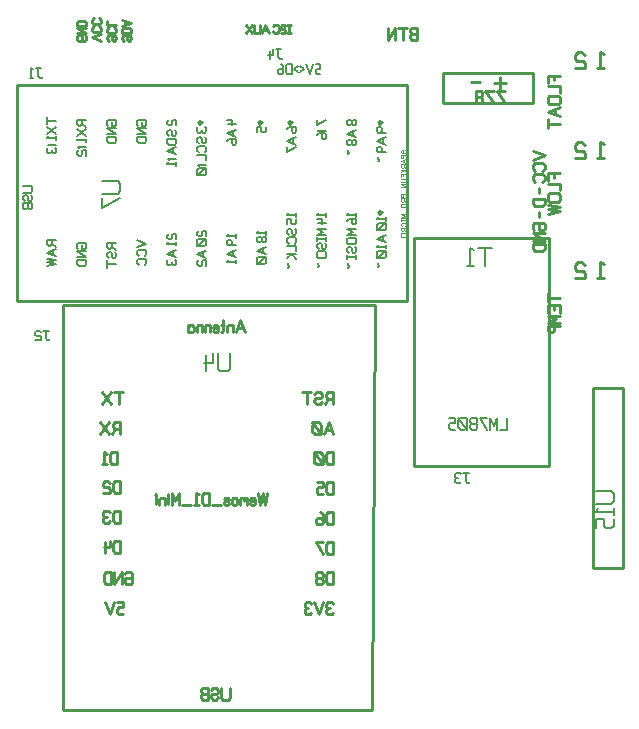
<source format=gbo>
G04 -- Generated By PCBWeb Designer*
%FSLAX24Y24*%
%MOIN*%
%OFA0B0*%
%SFA1.0B1.0*%
%AMROTRECT*21,1,$1,$2,0,0,$3*%
%AMROTOBLONG*1,1,$7,$1,$2*1,1,$7,$3,$4*21,1,$5,$6,0,0,$8*%
%ADD10C,0.025*%
%ADD11R,0.055X0.055*%
%ADD12C,0.033*%
%ADD13R,0.065X0.065*%
%ADD14C,0.055*%
%ADD15C,0.033*%
%ADD16C,0.065*%
%ADD17C,0.01*%
%ADD18C,0.008*%
%ADD19C,0.024*%
%ADD20C,0.075*%
%ADD21C,0.04*%
%ADD22C,0.085*%
%ADD23R,0.075X0.075*%
%ADD24R,0.085X0.085*%
%ADD25C,0.026*%
%ADD26C,0.1969*%
%ADD27C,0.1378*%
%ADD28C,0.2069*%
%ADD29C,0.126*%
%ADD30C,0.074*%
%ADD31C,0.084*%
%ADD32C,0.0048*%
%ADD33C,0.0208*%
%ADD34C,0.005*%
%ADD35C,0.021*%
%ADD36R,0.4X0.5*%
%ADD37R,0.41X0.51*%
%ADD38C,0.001*%
%ADD39C,0.1221*%
%ADD40C,0.1321*%
%ADD41R,0.0197X0.0394*%
%ADD42R,0.0297X0.0494*%
%ADD43R,0.0591X0.0591*%
%ADD44R,0.0691X0.0691*%
%ADD45R,0.05X0.05*%
%ADD46R,0.06X0.06*%
%ADD47R,0.05X0.06*%
%ADD48R,0.06X0.07*%
%ADD49C,0.0*%
%ADD50C,0.0275*%
%ADD51C,0.018*%
G01*
%LNERASE*%
%LPC*%
G54D25*
X16400Y20950D02*
X16400Y21350D01*
X16200Y21150D02*
X16600Y21150D01*
X15450Y21200D02*
X15750Y21200D01*
X15600Y20900D02*
X15600Y20500D01*
X15775Y20500D01*
X15825Y20550D01*
X15825Y20650D01*
X15775Y20700D01*
X15825Y20750D01*
X15825Y20850D01*
X15775Y20900D01*
X15600Y20900D01*
X15775Y20700D02*
X15600Y20700D01*
X15925Y20500D02*
X16200Y20500D01*
X15925Y20900D01*
X16200Y20900D01*
X16300Y20500D02*
X16575Y20500D01*
X16300Y20900D01*
X16575Y20900D01*
G54D33*
X13135Y18808D02*
X13100Y18842D01*
X13100Y18888D01*
X13135Y18923D01*
X13169Y18923D01*
X13192Y18900D01*
X13192Y18831D01*
X13215Y18808D01*
X13250Y18808D01*
X13284Y18842D01*
X13284Y18888D01*
X13250Y18923D01*
X13284Y18761D02*
X13100Y18761D01*
X13100Y18692D01*
X13123Y18669D01*
X13169Y18669D01*
X13192Y18692D01*
X13192Y18761D01*
X13215Y18597D02*
X13215Y18511D01*
X13284Y18623D02*
X13100Y18554D01*
X13284Y18485D01*
X13284Y18439D02*
X13100Y18439D01*
X13100Y18358D01*
X13135Y18324D01*
X13169Y18324D01*
X13204Y18358D01*
X13204Y18439D01*
X13204Y18358D02*
X13284Y18312D01*
X13284Y18266D02*
X13100Y18266D01*
X13100Y18185D02*
X13204Y18266D01*
X13284Y18174D01*
X13100Y18013D02*
X13100Y18128D01*
X13284Y18128D01*
X13192Y18128D02*
X13192Y18059D01*
X13100Y17967D02*
X13261Y17967D01*
X13284Y17944D01*
X13284Y17863D01*
X13261Y17840D01*
X13100Y17840D01*
X13284Y17794D02*
X13100Y17794D01*
X13284Y17679D01*
X13100Y17679D01*
X13284Y17632D02*
X13284Y17494D01*
X13284Y17448D02*
X13100Y17448D01*
X13100Y17379D01*
X13123Y17356D01*
X13169Y17356D01*
X13192Y17379D01*
X13192Y17448D01*
X13284Y17310D02*
X13100Y17310D01*
X13100Y17229D01*
X13135Y17195D01*
X13169Y17195D01*
X13204Y17229D01*
X13204Y17310D01*
X13204Y17229D02*
X13284Y17183D01*
X13238Y17137D02*
X13123Y17137D01*
X13100Y17114D01*
X13100Y17033D01*
X13123Y17010D01*
X13261Y17010D01*
X13284Y17033D01*
X13284Y17114D01*
X13261Y17137D01*
X13238Y17137D01*
X13284Y16964D02*
X13284Y16826D01*
X13284Y16780D02*
X13100Y16780D01*
X13227Y16722D01*
X13100Y16665D01*
X13284Y16665D01*
X13284Y16619D02*
X13284Y16550D01*
X13100Y16619D02*
X13100Y16550D01*
X13100Y16584D02*
X13284Y16584D01*
X13135Y16377D02*
X13100Y16411D01*
X13100Y16469D01*
X13135Y16504D01*
X13250Y16504D01*
X13284Y16469D01*
X13284Y16411D01*
X13250Y16377D01*
X13284Y16331D02*
X13100Y16331D01*
X13100Y16250D01*
X13135Y16216D01*
X13169Y16216D01*
X13204Y16250D01*
X13204Y16331D01*
X13204Y16250D02*
X13284Y16204D01*
X13238Y16158D02*
X13123Y16158D01*
X13100Y16135D01*
X13100Y16054D01*
X13123Y16031D01*
X13261Y16031D01*
X13284Y16054D01*
X13284Y16135D01*
X13261Y16158D01*
X13238Y16158D01*
G54D35*
X1300Y20020D02*
X1300Y19780D01*
X1300Y19900D02*
X1620Y19900D01*
X1620Y19700D02*
X1300Y19460D01*
X1300Y19700D02*
X1620Y19460D01*
X1620Y19380D02*
X1620Y19260D01*
X1620Y19320D02*
X1300Y19320D01*
X1340Y19380D01*
X1615Y19085D02*
X1370Y19085D01*
X1360Y19095D02*
X1350Y19085D01*
X1360Y19075D01*
X1370Y19085D01*
X1360Y19095D01*
X1340Y18995D02*
X1300Y18955D01*
X1300Y18855D01*
X1340Y18815D01*
X1420Y18815D01*
X1460Y18855D01*
X1460Y18915D01*
X1460Y18855D02*
X1500Y18815D01*
X1580Y18815D01*
X1620Y18855D01*
X1620Y18955D01*
X1580Y18995D01*
X2620Y19920D02*
X2300Y19920D01*
X2300Y19780D01*
X2360Y19720D01*
X2420Y19720D01*
X2480Y19780D01*
X2480Y19920D01*
X2480Y19780D02*
X2620Y19700D01*
X2620Y19620D02*
X2300Y19380D01*
X2300Y19620D02*
X2620Y19380D01*
X2620Y19300D02*
X2620Y19180D01*
X2620Y19240D02*
X2300Y19240D01*
X2340Y19300D01*
X2615Y19005D02*
X2370Y19005D01*
X2360Y19015D02*
X2350Y19005D01*
X2360Y18995D01*
X2370Y19005D01*
X2360Y19015D01*
X2360Y18915D02*
X2300Y18855D01*
X2300Y18795D01*
X2360Y18735D01*
X2440Y18735D01*
X2480Y18775D01*
X2480Y18875D01*
X2520Y18915D01*
X2620Y18915D01*
X2620Y18735D01*
X3340Y19720D02*
X3300Y19760D01*
X3300Y19880D01*
X3340Y19920D01*
X3580Y19920D01*
X3620Y19880D01*
X3620Y19760D01*
X3580Y19720D01*
X3460Y19720D01*
X3460Y19860D01*
X3620Y19640D02*
X3300Y19640D01*
X3620Y19440D01*
X3300Y19440D01*
X3620Y19360D02*
X3300Y19360D01*
X3300Y19220D01*
X3360Y19160D01*
X3560Y19160D01*
X3620Y19220D01*
X3620Y19360D01*
X3620Y19360D01*
X4340Y19720D02*
X4300Y19760D01*
X4300Y19880D01*
X4340Y19920D01*
X4580Y19920D01*
X4620Y19880D01*
X4620Y19760D01*
X4580Y19720D01*
X4460Y19720D01*
X4460Y19860D01*
X4620Y19640D02*
X4300Y19640D01*
X4620Y19440D01*
X4300Y19440D01*
X4620Y19360D02*
X4300Y19360D01*
X4300Y19220D01*
X4360Y19160D01*
X4560Y19160D01*
X4620Y19220D01*
X4620Y19360D01*
X4620Y19360D01*
X5360Y19920D02*
X5300Y19860D01*
X5300Y19800D01*
X5360Y19740D01*
X5440Y19740D01*
X5480Y19780D01*
X5480Y19880D01*
X5520Y19920D01*
X5620Y19920D01*
X5620Y19740D01*
X5360Y19380D02*
X5300Y19440D01*
X5300Y19520D01*
X5360Y19580D01*
X5420Y19580D01*
X5460Y19540D01*
X5460Y19420D01*
X5500Y19380D01*
X5560Y19380D01*
X5620Y19440D01*
X5620Y19520D01*
X5560Y19580D01*
X5620Y19300D02*
X5300Y19300D01*
X5300Y19160D01*
X5360Y19100D01*
X5560Y19100D01*
X5620Y19160D01*
X5620Y19300D01*
X5620Y19300D01*
X5500Y18974D02*
X5500Y18826D01*
X5620Y19020D02*
X5300Y18900D01*
X5620Y18780D01*
X5615Y18605D02*
X5370Y18605D01*
X5360Y18615D02*
X5350Y18605D01*
X5360Y18595D01*
X5370Y18605D01*
X5360Y18615D01*
X5620Y18515D02*
X5620Y18395D01*
X5620Y18455D02*
X5300Y18455D01*
X5340Y18515D01*
X10300Y19920D02*
X10300Y19740D01*
X10620Y19920D01*
X10615Y19565D02*
X10370Y19565D01*
X10360Y19575D02*
X10350Y19565D01*
X10360Y19555D01*
X10370Y19565D01*
X10360Y19575D01*
X10300Y19415D02*
X10360Y19475D01*
X10580Y19475D01*
X10620Y19435D01*
X10620Y19335D01*
X10580Y19295D01*
X10500Y19295D01*
X10460Y19335D01*
X10460Y19435D01*
X10500Y19475D01*
X6480Y19900D02*
X6360Y19780D01*
X6360Y19900D02*
X6480Y19780D01*
X6340Y19840D02*
X6500Y19840D01*
X6420Y19920D02*
X6420Y19760D01*
X6340Y19680D02*
X6300Y19640D01*
X6300Y19540D01*
X6340Y19500D01*
X6420Y19500D01*
X6460Y19540D01*
X6460Y19600D01*
X6460Y19540D02*
X6500Y19500D01*
X6580Y19500D01*
X6620Y19540D01*
X6620Y19640D01*
X6580Y19680D01*
X6360Y19140D02*
X6300Y19200D01*
X6300Y19280D01*
X6360Y19340D01*
X6420Y19340D01*
X6460Y19300D01*
X6460Y19180D01*
X6500Y19140D01*
X6560Y19140D01*
X6620Y19200D01*
X6620Y19280D01*
X6560Y19340D01*
X6360Y18840D02*
X6300Y18900D01*
X6300Y19000D01*
X6360Y19060D01*
X6560Y19060D01*
X6620Y19000D01*
X6620Y18900D01*
X6560Y18840D01*
X6300Y18760D02*
X6620Y18760D01*
X6620Y18580D01*
X6615Y18405D02*
X6370Y18405D01*
X6360Y18415D02*
X6350Y18405D01*
X6360Y18395D01*
X6370Y18405D01*
X6360Y18415D01*
X6540Y18315D02*
X6580Y18295D01*
X6600Y18275D01*
X6620Y18235D01*
X6620Y18155D01*
X6600Y18115D01*
X6580Y18095D01*
X6540Y18075D01*
X6380Y18075D01*
X6340Y18095D01*
X6320Y18115D01*
X6300Y18155D01*
X6300Y18235D01*
X6320Y18275D01*
X6340Y18295D01*
X6380Y18315D01*
X6540Y18315D01*
X6540Y18315D01*
X6620Y18315D02*
X6300Y18075D01*
X7300Y19920D02*
X7480Y19920D01*
X7480Y19760D01*
X7340Y19800D02*
X7620Y19800D01*
X7500Y19554D02*
X7500Y19406D01*
X7620Y19600D02*
X7300Y19480D01*
X7620Y19360D01*
X7300Y19220D02*
X7360Y19280D01*
X7580Y19280D01*
X7620Y19240D01*
X7620Y19140D01*
X7580Y19100D01*
X7500Y19100D01*
X7460Y19140D01*
X7460Y19240D01*
X7500Y19280D01*
X8480Y19900D02*
X8360Y19780D01*
X8360Y19900D02*
X8480Y19780D01*
X8340Y19840D02*
X8500Y19840D01*
X8420Y19920D02*
X8420Y19760D01*
X8300Y19520D02*
X8300Y19680D01*
X8440Y19680D01*
X8440Y19560D01*
X8480Y19520D01*
X8580Y19520D01*
X8620Y19560D01*
X8620Y19680D01*
X9480Y19900D02*
X9360Y19780D01*
X9360Y19900D02*
X9480Y19780D01*
X9340Y19840D02*
X9500Y19840D01*
X9420Y19920D02*
X9420Y19760D01*
X9300Y19620D02*
X9360Y19680D01*
X9580Y19680D01*
X9620Y19640D01*
X9620Y19540D01*
X9580Y19500D01*
X9500Y19500D01*
X9460Y19540D01*
X9460Y19640D01*
X9500Y19680D01*
X9500Y19294D02*
X9500Y19146D01*
X9620Y19340D02*
X9300Y19220D01*
X9620Y19100D01*
X9300Y19020D02*
X9300Y18840D01*
X9620Y19020D01*
X11580Y19920D02*
X11620Y19880D01*
X11620Y19780D01*
X11580Y19740D01*
X11500Y19740D01*
X11460Y19780D01*
X11460Y19880D01*
X11500Y19920D01*
X11580Y19920D01*
X11580Y19920D01*
X11460Y19780D02*
X11420Y19740D01*
X11340Y19740D01*
X11300Y19780D01*
X11300Y19880D01*
X11340Y19920D01*
X11420Y19920D01*
X11460Y19880D01*
X11500Y19534D02*
X11500Y19386D01*
X11620Y19580D02*
X11300Y19460D01*
X11620Y19340D01*
X11580Y19260D02*
X11620Y19220D01*
X11620Y19120D01*
X11580Y19080D01*
X11500Y19080D01*
X11460Y19120D01*
X11460Y19220D01*
X11500Y19260D01*
X11580Y19260D01*
X11580Y19260D01*
X11460Y19120D02*
X11420Y19080D01*
X11340Y19080D01*
X11300Y19120D01*
X11300Y19220D01*
X11340Y19260D01*
X11420Y19260D01*
X11460Y19220D01*
X11350Y18920D02*
X11330Y18890D01*
X11330Y18870D01*
X11370Y18830D01*
X11370Y18810D01*
X11350Y18780D01*
X12480Y19900D02*
X12360Y19780D01*
X12360Y19900D02*
X12480Y19780D01*
X12340Y19840D02*
X12500Y19840D01*
X12420Y19920D02*
X12420Y19760D01*
X12340Y19680D02*
X12300Y19640D01*
X12300Y19540D01*
X12340Y19500D01*
X12420Y19500D01*
X12460Y19540D01*
X12460Y19640D01*
X12420Y19680D01*
X12340Y19680D01*
X12340Y19680D01*
X12420Y19500D02*
X12620Y19500D01*
X12500Y19294D02*
X12500Y19146D01*
X12620Y19340D02*
X12300Y19220D01*
X12620Y19100D01*
X12340Y19020D02*
X12300Y18980D01*
X12300Y18880D01*
X12340Y18840D01*
X12420Y18840D01*
X12460Y18880D01*
X12460Y18980D01*
X12420Y19020D01*
X12340Y19020D01*
X12340Y19020D01*
X12420Y18840D02*
X12620Y18840D01*
X12350Y18680D02*
X12330Y18650D01*
X12330Y18630D01*
X12370Y18590D01*
X12370Y18570D01*
X12350Y18540D01*
X12480Y16900D02*
X12360Y16780D01*
X12360Y16900D02*
X12480Y16780D01*
X12340Y16840D02*
X12500Y16840D01*
X12420Y16920D02*
X12420Y16760D01*
X12620Y16680D02*
X12620Y16560D01*
X12620Y16620D02*
X12300Y16620D01*
X12340Y16680D01*
X12540Y16480D02*
X12580Y16460D01*
X12600Y16440D01*
X12620Y16400D01*
X12620Y16320D01*
X12600Y16280D01*
X12580Y16260D01*
X12540Y16240D01*
X12380Y16240D01*
X12340Y16260D01*
X12320Y16280D01*
X12300Y16320D01*
X12300Y16400D01*
X12320Y16440D01*
X12340Y16460D01*
X12380Y16480D01*
X12540Y16480D01*
X12540Y16480D01*
X12620Y16480D02*
X12300Y16240D01*
X12500Y16034D02*
X12500Y15886D01*
X12620Y16080D02*
X12300Y15960D01*
X12620Y15840D01*
X12620Y15760D02*
X12620Y15640D01*
X12620Y15700D02*
X12300Y15700D01*
X12340Y15760D01*
X12540Y15560D02*
X12580Y15540D01*
X12600Y15520D01*
X12620Y15480D01*
X12620Y15400D01*
X12600Y15360D01*
X12580Y15340D01*
X12540Y15320D01*
X12380Y15320D01*
X12340Y15340D01*
X12320Y15360D01*
X12300Y15400D01*
X12300Y15480D01*
X12320Y15520D01*
X12340Y15540D01*
X12380Y15560D01*
X12540Y15560D01*
X12540Y15560D01*
X12620Y15560D02*
X12300Y15320D01*
X12350Y15160D02*
X12330Y15130D01*
X12330Y15110D01*
X12370Y15070D01*
X12370Y15050D01*
X12350Y15020D01*
X11620Y16820D02*
X11620Y16700D01*
X11620Y16760D02*
X11300Y16760D01*
X11340Y16820D01*
X11300Y16560D02*
X11360Y16620D01*
X11580Y16620D01*
X11620Y16580D01*
X11620Y16480D01*
X11580Y16440D01*
X11500Y16440D01*
X11460Y16480D01*
X11460Y16580D01*
X11500Y16620D01*
X11620Y16280D02*
X11300Y16280D01*
X11520Y16180D01*
X11300Y16080D01*
X11620Y16080D01*
X11540Y16000D02*
X11340Y16000D01*
X11300Y15960D01*
X11300Y15820D01*
X11340Y15780D01*
X11580Y15780D01*
X11620Y15820D01*
X11620Y15960D01*
X11580Y16000D01*
X11540Y16000D01*
X11360Y15500D02*
X11300Y15560D01*
X11300Y15640D01*
X11360Y15700D01*
X11420Y15700D01*
X11460Y15660D01*
X11460Y15540D01*
X11500Y15500D01*
X11560Y15500D01*
X11620Y15560D01*
X11620Y15640D01*
X11560Y15700D01*
X11620Y15420D02*
X11620Y15300D01*
X11300Y15420D02*
X11300Y15300D01*
X11300Y15360D02*
X11620Y15360D01*
X11350Y15140D02*
X11330Y15110D01*
X11330Y15090D01*
X11370Y15050D01*
X11370Y15030D01*
X11350Y15000D01*
X10620Y16820D02*
X10620Y16700D01*
X10620Y16760D02*
X10300Y16760D01*
X10340Y16820D01*
X10300Y16620D02*
X10480Y16620D01*
X10480Y16460D01*
X10340Y16500D02*
X10620Y16500D01*
X10620Y16300D02*
X10300Y16300D01*
X10520Y16200D01*
X10300Y16100D01*
X10620Y16100D01*
X10620Y16020D02*
X10620Y15900D01*
X10300Y16020D02*
X10300Y15900D01*
X10300Y15960D02*
X10620Y15960D01*
X10360Y15620D02*
X10300Y15680D01*
X10300Y15760D01*
X10360Y15820D01*
X10420Y15820D01*
X10460Y15780D01*
X10460Y15660D01*
X10500Y15620D01*
X10560Y15620D01*
X10620Y15680D01*
X10620Y15760D01*
X10560Y15820D01*
X10540Y15540D02*
X10340Y15540D01*
X10300Y15500D01*
X10300Y15360D01*
X10340Y15320D01*
X10580Y15320D01*
X10620Y15360D01*
X10620Y15500D01*
X10580Y15540D01*
X10540Y15540D01*
X10350Y15160D02*
X10330Y15130D01*
X10330Y15110D01*
X10370Y15070D01*
X10370Y15050D01*
X10350Y15020D01*
X9620Y16820D02*
X9620Y16700D01*
X9620Y16760D02*
X9300Y16760D01*
X9340Y16820D01*
X9300Y16460D02*
X9300Y16620D01*
X9440Y16620D01*
X9440Y16500D01*
X9480Y16460D01*
X9580Y16460D01*
X9620Y16500D01*
X9620Y16620D01*
X9360Y16100D02*
X9300Y16160D01*
X9300Y16240D01*
X9360Y16300D01*
X9420Y16300D01*
X9460Y16260D01*
X9460Y16140D01*
X9500Y16100D01*
X9560Y16100D01*
X9620Y16160D01*
X9620Y16240D01*
X9560Y16300D01*
X9360Y15800D02*
X9300Y15860D01*
X9300Y15960D01*
X9360Y16020D01*
X9560Y16020D01*
X9620Y15960D01*
X9620Y15860D01*
X9560Y15800D01*
X9300Y15720D02*
X9620Y15720D01*
X9620Y15540D01*
X9620Y15460D02*
X9300Y15460D01*
X9300Y15320D02*
X9480Y15460D01*
X9620Y15300D01*
X9350Y15140D02*
X9330Y15110D01*
X9330Y15090D01*
X9370Y15050D01*
X9370Y15030D01*
X9350Y15000D01*
X8620Y16220D02*
X8620Y16100D01*
X8620Y16160D02*
X8300Y16160D01*
X8340Y16220D01*
X8580Y16020D02*
X8620Y15980D01*
X8620Y15880D01*
X8580Y15840D01*
X8500Y15840D01*
X8460Y15880D01*
X8460Y15980D01*
X8500Y16020D01*
X8580Y16020D01*
X8580Y16020D01*
X8460Y15880D02*
X8420Y15840D01*
X8340Y15840D01*
X8300Y15880D01*
X8300Y15980D01*
X8340Y16020D01*
X8420Y16020D01*
X8460Y15980D01*
X8500Y15634D02*
X8500Y15486D01*
X8620Y15680D02*
X8300Y15560D01*
X8620Y15440D01*
X8540Y15360D02*
X8580Y15340D01*
X8600Y15320D01*
X8620Y15280D01*
X8620Y15200D01*
X8600Y15160D01*
X8580Y15140D01*
X8540Y15120D01*
X8380Y15120D01*
X8340Y15140D01*
X8320Y15160D01*
X8300Y15200D01*
X8300Y15280D01*
X8320Y15320D01*
X8340Y15340D01*
X8380Y15360D01*
X8540Y15360D01*
X8540Y15360D01*
X8620Y15360D02*
X8300Y15120D01*
X7620Y16120D02*
X7620Y16000D01*
X7620Y16060D02*
X7300Y16060D01*
X7340Y16120D01*
X7340Y15920D02*
X7300Y15880D01*
X7300Y15780D01*
X7340Y15740D01*
X7420Y15740D01*
X7460Y15780D01*
X7460Y15880D01*
X7420Y15920D01*
X7340Y15920D01*
X7340Y15920D01*
X7420Y15740D02*
X7620Y15740D01*
X7500Y15534D02*
X7500Y15386D01*
X7620Y15580D02*
X7300Y15460D01*
X7620Y15340D01*
X7620Y15260D02*
X7620Y15140D01*
X7620Y15200D02*
X7300Y15200D01*
X7340Y15260D01*
X6360Y16220D02*
X6300Y16160D01*
X6300Y16100D01*
X6360Y16040D01*
X6440Y16040D01*
X6480Y16080D01*
X6480Y16180D01*
X6520Y16220D01*
X6620Y16220D01*
X6620Y16040D01*
X6540Y15960D02*
X6580Y15940D01*
X6600Y15920D01*
X6620Y15880D01*
X6620Y15800D01*
X6600Y15760D01*
X6580Y15740D01*
X6540Y15720D01*
X6380Y15720D01*
X6340Y15740D01*
X6320Y15760D01*
X6300Y15800D01*
X6300Y15880D01*
X6320Y15920D01*
X6340Y15940D01*
X6380Y15960D01*
X6540Y15960D01*
X6540Y15960D01*
X6620Y15960D02*
X6300Y15720D01*
X6500Y15514D02*
X6500Y15366D01*
X6620Y15560D02*
X6300Y15440D01*
X6620Y15320D01*
X6360Y15240D02*
X6300Y15180D01*
X6300Y15120D01*
X6360Y15060D01*
X6440Y15060D01*
X6480Y15100D01*
X6480Y15200D01*
X6520Y15240D01*
X6620Y15240D01*
X6620Y15060D01*
X5360Y16120D02*
X5300Y16060D01*
X5300Y16000D01*
X5360Y15940D01*
X5440Y15940D01*
X5480Y15980D01*
X5480Y16080D01*
X5520Y16120D01*
X5620Y16120D01*
X5620Y15940D01*
X5620Y15860D02*
X5620Y15740D01*
X5620Y15800D02*
X5300Y15800D01*
X5340Y15860D01*
X5500Y15534D02*
X5500Y15386D01*
X5620Y15580D02*
X5300Y15460D01*
X5620Y15340D01*
X5340Y15260D02*
X5300Y15220D01*
X5300Y15120D01*
X5340Y15080D01*
X5420Y15080D01*
X5460Y15120D01*
X5460Y15180D01*
X5460Y15120D02*
X5500Y15080D01*
X5580Y15080D01*
X5620Y15120D01*
X5620Y15220D01*
X5580Y15260D01*
X4300Y15920D02*
X4620Y15800D01*
X4300Y15680D01*
X4360Y15380D02*
X4300Y15440D01*
X4300Y15540D01*
X4360Y15600D01*
X4560Y15600D01*
X4620Y15540D01*
X4620Y15440D01*
X4560Y15380D01*
X4360Y15080D02*
X4300Y15140D01*
X4300Y15240D01*
X4360Y15300D01*
X4560Y15300D01*
X4620Y15240D01*
X4620Y15140D01*
X4560Y15080D01*
X3620Y15820D02*
X3300Y15820D01*
X3300Y15680D01*
X3360Y15620D01*
X3420Y15620D01*
X3480Y15680D01*
X3480Y15820D01*
X3480Y15680D02*
X3620Y15600D01*
X3360Y15320D02*
X3300Y15380D01*
X3300Y15460D01*
X3360Y15520D01*
X3420Y15520D01*
X3460Y15480D01*
X3460Y15360D01*
X3500Y15320D01*
X3560Y15320D01*
X3620Y15380D01*
X3620Y15460D01*
X3560Y15520D01*
X3300Y15240D02*
X3300Y15000D01*
X3300Y15120D02*
X3620Y15120D01*
X2340Y15620D02*
X2300Y15660D01*
X2300Y15780D01*
X2340Y15820D01*
X2580Y15820D01*
X2620Y15780D01*
X2620Y15660D01*
X2580Y15620D01*
X2460Y15620D01*
X2460Y15760D01*
X2620Y15540D02*
X2300Y15540D01*
X2620Y15340D01*
X2300Y15340D01*
X2620Y15260D02*
X2300Y15260D01*
X2300Y15120D01*
X2360Y15060D01*
X2560Y15060D01*
X2620Y15120D01*
X2620Y15260D01*
X2620Y15260D01*
X1620Y15920D02*
X1300Y15920D01*
X1300Y15780D01*
X1360Y15720D01*
X1420Y15720D01*
X1480Y15780D01*
X1480Y15920D01*
X1480Y15780D02*
X1620Y15700D01*
X1500Y15574D02*
X1500Y15426D01*
X1620Y15620D02*
X1300Y15500D01*
X1620Y15380D01*
X1300Y15300D02*
X1620Y15240D01*
X1300Y15180D01*
X1620Y15120D01*
X1300Y15060D01*
X500Y17720D02*
X780Y17720D01*
X820Y17680D01*
X820Y17540D01*
X780Y17500D01*
X500Y17500D01*
X560Y17220D02*
X500Y17280D01*
X500Y17360D01*
X560Y17420D01*
X620Y17420D01*
X660Y17380D01*
X660Y17260D01*
X700Y17220D01*
X760Y17220D01*
X820Y17280D01*
X820Y17360D01*
X760Y17420D01*
X820Y17140D02*
X500Y17140D01*
X500Y17000D01*
X540Y16960D01*
X620Y16960D01*
X660Y17000D01*
X700Y16960D01*
X780Y16960D01*
X820Y17000D01*
X820Y17140D01*
X660Y17000D02*
X660Y17140D01*
G54D19*
X3150Y17875D02*
X3675Y17875D01*
X3750Y17800D01*
X3750Y17538D01*
X3675Y17462D01*
X3150Y17462D01*
X3150Y17312D02*
X3150Y16975D01*
X3750Y17312D01*
G54D35*
X16650Y10000D02*
X16650Y9600D01*
X16425Y9600D01*
X16325Y9600D02*
X16325Y10000D01*
X16200Y9725D01*
X16075Y10000D01*
X16075Y9600D01*
X15975Y10000D02*
X15750Y10000D01*
X15975Y9600D01*
X15650Y9650D02*
X15600Y9600D01*
X15475Y9600D01*
X15425Y9650D01*
X15425Y9750D01*
X15475Y9800D01*
X15600Y9800D01*
X15650Y9750D01*
X15650Y9650D01*
X15650Y9650D01*
X15475Y9800D02*
X15425Y9850D01*
X15425Y9950D01*
X15475Y10000D01*
X15600Y10000D01*
X15650Y9950D01*
X15650Y9850D01*
X15600Y9800D01*
X15325Y9700D02*
X15300Y9650D01*
X15275Y9625D01*
X15225Y9600D01*
X15125Y9600D01*
X15075Y9625D01*
X15050Y9650D01*
X15025Y9700D01*
X15025Y9900D01*
X15050Y9950D01*
X15075Y9975D01*
X15125Y10000D01*
X15225Y10000D01*
X15275Y9975D01*
X15300Y9950D01*
X15325Y9900D01*
X15325Y9700D01*
X15325Y9700D01*
X15325Y9600D02*
X15025Y10000D01*
X14725Y10000D02*
X14925Y10000D01*
X14925Y9825D01*
X14775Y9825D01*
X14725Y9775D01*
X14725Y9650D01*
X14775Y9600D01*
X14925Y9600D01*
G54D19*
X16138Y15650D02*
X15688Y15650D01*
X15912Y15650D02*
X15912Y15050D01*
X15538Y15050D02*
X15312Y15050D01*
X15425Y15050D02*
X15425Y15650D01*
X15538Y15575D01*
X19600Y7544D02*
X20125Y7544D01*
X20200Y7469D01*
X20200Y7206D01*
X20125Y7131D01*
X19600Y7131D01*
X20200Y6981D02*
X20200Y6756D01*
X20200Y6869D02*
X19600Y6869D01*
X19675Y6981D01*
X19600Y6306D02*
X19600Y6606D01*
X19862Y6606D01*
X19862Y6381D01*
X19938Y6306D01*
X20125Y6306D01*
X20200Y6381D01*
X20200Y6606D01*
G54D25*
X7400Y1000D02*
X7400Y650D01*
X7350Y600D01*
X7175Y600D01*
X7125Y650D01*
X7125Y1000D01*
X6775Y925D02*
X6850Y1000D01*
X6950Y1000D01*
X7025Y925D01*
X7025Y850D01*
X6975Y800D01*
X6825Y800D01*
X6775Y750D01*
X6775Y675D01*
X6850Y600D01*
X6950Y600D01*
X7025Y675D01*
X6675Y600D02*
X6675Y1000D01*
X6500Y1000D01*
X6450Y950D01*
X6450Y850D01*
X6500Y800D01*
X6450Y750D01*
X6450Y650D01*
X6500Y600D01*
X6675Y600D01*
X6500Y800D02*
X6675Y800D01*
X10850Y8450D02*
X10850Y8850D01*
X10675Y8850D01*
X10600Y8775D01*
X10600Y8525D01*
X10675Y8450D01*
X10850Y8450D01*
X10850Y8450D01*
X10500Y8550D02*
X10475Y8500D01*
X10450Y8475D01*
X10400Y8450D01*
X10300Y8450D01*
X10250Y8475D01*
X10225Y8500D01*
X10200Y8550D01*
X10200Y8750D01*
X10225Y8800D01*
X10250Y8825D01*
X10300Y8850D01*
X10400Y8850D01*
X10450Y8825D01*
X10475Y8800D01*
X10500Y8750D01*
X10500Y8550D01*
X10500Y8550D01*
X10500Y8450D02*
X10200Y8850D01*
X3650Y8450D02*
X3650Y8850D01*
X3475Y8850D01*
X3400Y8775D01*
X3400Y8525D01*
X3475Y8450D01*
X3650Y8450D01*
X3650Y8450D01*
X3300Y8450D02*
X3150Y8450D01*
X3225Y8450D02*
X3225Y8850D01*
X3300Y8800D01*
X3750Y7500D02*
X3750Y7900D01*
X3575Y7900D01*
X3500Y7825D01*
X3500Y7575D01*
X3575Y7500D01*
X3750Y7500D01*
X3750Y7500D01*
X3400Y7825D02*
X3325Y7900D01*
X3250Y7900D01*
X3175Y7825D01*
X3175Y7725D01*
X3225Y7675D01*
X3350Y7675D01*
X3400Y7625D01*
X3400Y7500D01*
X3175Y7500D01*
X3750Y6500D02*
X3750Y6900D01*
X3575Y6900D01*
X3500Y6825D01*
X3500Y6575D01*
X3575Y6500D01*
X3750Y6500D01*
X3750Y6500D01*
X3400Y6850D02*
X3350Y6900D01*
X3225Y6900D01*
X3175Y6850D01*
X3175Y6750D01*
X3225Y6700D01*
X3300Y6700D01*
X3225Y6700D02*
X3175Y6650D01*
X3175Y6550D01*
X3225Y6500D01*
X3350Y6500D01*
X3400Y6550D01*
X3750Y5500D02*
X3750Y5900D01*
X3575Y5900D01*
X3500Y5825D01*
X3500Y5575D01*
X3575Y5500D01*
X3750Y5500D01*
X3750Y5500D01*
X3400Y5900D02*
X3400Y5675D01*
X3200Y5675D01*
X3250Y5850D02*
X3250Y5500D01*
X10850Y7450D02*
X10850Y7850D01*
X10675Y7850D01*
X10600Y7775D01*
X10600Y7525D01*
X10675Y7450D01*
X10850Y7450D01*
X10850Y7450D01*
X10300Y7850D02*
X10500Y7850D01*
X10500Y7675D01*
X10350Y7675D01*
X10300Y7625D01*
X10300Y7500D01*
X10350Y7450D01*
X10500Y7450D01*
X10850Y6450D02*
X10850Y6850D01*
X10675Y6850D01*
X10600Y6775D01*
X10600Y6525D01*
X10675Y6450D01*
X10850Y6450D01*
X10850Y6450D01*
X10425Y6850D02*
X10500Y6775D01*
X10500Y6500D01*
X10450Y6450D01*
X10325Y6450D01*
X10275Y6500D01*
X10275Y6600D01*
X10325Y6650D01*
X10450Y6650D01*
X10500Y6600D01*
X10850Y5450D02*
X10850Y5850D01*
X10675Y5850D01*
X10600Y5775D01*
X10600Y5525D01*
X10675Y5450D01*
X10850Y5450D01*
X10850Y5450D01*
X10500Y5850D02*
X10275Y5850D01*
X10500Y5450D01*
X10850Y4450D02*
X10850Y4850D01*
X10675Y4850D01*
X10600Y4775D01*
X10600Y4525D01*
X10675Y4450D01*
X10850Y4450D01*
X10850Y4450D01*
X10500Y4500D02*
X10450Y4450D01*
X10325Y4450D01*
X10275Y4500D01*
X10275Y4600D01*
X10325Y4650D01*
X10450Y4650D01*
X10500Y4600D01*
X10500Y4500D01*
X10500Y4500D01*
X10325Y4650D02*
X10275Y4700D01*
X10275Y4800D01*
X10325Y4850D01*
X10450Y4850D01*
X10500Y4800D01*
X10500Y4700D01*
X10450Y4650D01*
X3750Y9450D02*
X3750Y9850D01*
X3575Y9850D01*
X3500Y9775D01*
X3500Y9700D01*
X3575Y9625D01*
X3750Y9625D01*
X3575Y9625D02*
X3475Y9450D01*
X3375Y9450D02*
X3075Y9850D01*
X3375Y9850D02*
X3075Y9450D01*
X3850Y10850D02*
X3550Y10850D01*
X3700Y10850D02*
X3700Y10450D01*
X3450Y10450D02*
X3150Y10850D01*
X3450Y10850D02*
X3150Y10450D01*
X10850Y3800D02*
X10800Y3850D01*
X10675Y3850D01*
X10625Y3800D01*
X10625Y3700D01*
X10675Y3650D01*
X10750Y3650D01*
X10675Y3650D02*
X10625Y3600D01*
X10625Y3500D01*
X10675Y3450D01*
X10800Y3450D01*
X10850Y3500D01*
X10525Y3850D02*
X10375Y3450D01*
X10225Y3850D01*
X10125Y3800D02*
X10075Y3850D01*
X9950Y3850D01*
X9900Y3800D01*
X9900Y3700D01*
X9950Y3650D01*
X10025Y3650D01*
X9950Y3650D02*
X9900Y3600D01*
X9900Y3500D01*
X9950Y3450D01*
X10075Y3450D01*
X10125Y3500D01*
X3900Y4800D02*
X3950Y4850D01*
X4100Y4850D01*
X4150Y4800D01*
X4150Y4500D01*
X4100Y4450D01*
X3950Y4450D01*
X3900Y4500D01*
X3900Y4650D01*
X4075Y4650D01*
X3800Y4450D02*
X3800Y4850D01*
X3550Y4450D01*
X3550Y4850D01*
X3450Y4450D02*
X3450Y4850D01*
X3275Y4850D01*
X3200Y4775D01*
X3200Y4525D01*
X3275Y4450D01*
X3450Y4450D01*
X3450Y4450D01*
X10850Y10450D02*
X10850Y10850D01*
X10675Y10850D01*
X10600Y10775D01*
X10600Y10700D01*
X10675Y10625D01*
X10850Y10625D01*
X10675Y10625D02*
X10575Y10450D01*
X10225Y10775D02*
X10300Y10850D01*
X10400Y10850D01*
X10475Y10775D01*
X10475Y10700D01*
X10425Y10650D01*
X10275Y10650D01*
X10225Y10600D01*
X10225Y10525D01*
X10300Y10450D01*
X10400Y10450D01*
X10475Y10525D01*
X10125Y10850D02*
X9825Y10850D01*
X9975Y10850D02*
X9975Y10450D01*
X3650Y3850D02*
X3850Y3850D01*
X3850Y3675D01*
X3700Y3675D01*
X3650Y3625D01*
X3650Y3500D01*
X3700Y3450D01*
X3850Y3450D01*
X3550Y3850D02*
X3400Y3450D01*
X3250Y3850D01*
X10792Y9600D02*
X10608Y9600D01*
X10850Y9450D02*
X10700Y9850D01*
X10550Y9450D01*
X10450Y9550D02*
X10425Y9500D01*
X10400Y9475D01*
X10350Y9450D01*
X10250Y9450D01*
X10200Y9475D01*
X10175Y9500D01*
X10150Y9550D01*
X10150Y9750D01*
X10175Y9800D01*
X10200Y9825D01*
X10250Y9850D01*
X10350Y9850D01*
X10400Y9825D01*
X10425Y9800D01*
X10450Y9750D01*
X10450Y9550D01*
X10450Y9550D01*
X10450Y9450D02*
X10150Y9850D01*
X8650Y7500D02*
X8575Y7100D01*
X8500Y7500D01*
X8425Y7100D01*
X8350Y7500D01*
X8075Y7150D02*
X8125Y7100D01*
X8200Y7100D01*
X8250Y7150D01*
X8250Y7275D01*
X8200Y7325D01*
X8125Y7325D01*
X8075Y7275D01*
X8075Y7225D01*
X8250Y7225D01*
X7975Y7325D02*
X7975Y7100D01*
X7975Y7288D02*
X7938Y7325D01*
X7900Y7325D01*
X7862Y7288D01*
X7825Y7325D01*
X7788Y7325D01*
X7750Y7288D01*
X7750Y7100D01*
X7862Y7288D02*
X7862Y7212D01*
X7612Y7325D02*
X7650Y7288D01*
X7650Y7138D01*
X7612Y7100D01*
X7512Y7100D01*
X7475Y7138D01*
X7475Y7288D01*
X7512Y7325D01*
X7612Y7325D01*
X7212Y7288D02*
X7250Y7325D01*
X7338Y7325D01*
X7375Y7288D01*
X7375Y7238D01*
X7350Y7212D01*
X7238Y7212D01*
X7212Y7188D01*
X7212Y7138D01*
X7250Y7100D01*
X7338Y7100D01*
X7375Y7138D01*
X7112Y7100D02*
X6812Y7100D01*
X6712Y7100D02*
X6712Y7500D01*
X6538Y7500D01*
X6462Y7425D01*
X6462Y7175D01*
X6538Y7100D01*
X6712Y7100D01*
X6712Y7100D01*
X6362Y7100D02*
X6212Y7100D01*
X6288Y7100D02*
X6288Y7500D01*
X6362Y7450D01*
X6112Y7100D02*
X5812Y7100D01*
X5712Y7100D02*
X5712Y7500D01*
X5588Y7225D01*
X5462Y7500D01*
X5462Y7100D01*
X5344Y7106D02*
X5344Y7412D01*
X5356Y7425D02*
X5344Y7438D01*
X5331Y7425D01*
X5344Y7412D01*
X5356Y7425D01*
X5231Y7325D02*
X5231Y7100D01*
X5231Y7288D02*
X5194Y7325D01*
X5094Y7325D01*
X5056Y7288D01*
X5056Y7100D01*
X4938Y7106D02*
X4938Y7412D01*
X4950Y7425D02*
X4938Y7438D01*
X4925Y7425D01*
X4938Y7412D01*
X4950Y7425D01*
X7842Y13000D02*
X7658Y13000D01*
X7900Y12850D02*
X7750Y13250D01*
X7600Y12850D01*
X7500Y13075D02*
X7500Y12850D01*
X7500Y13038D02*
X7462Y13075D01*
X7362Y13075D01*
X7325Y13038D01*
X7325Y12850D01*
X7225Y13075D02*
X7125Y13075D01*
X7125Y12850D02*
X7150Y12850D01*
X7175Y12875D01*
X7175Y13250D01*
X6850Y12900D02*
X6900Y12850D01*
X6975Y12850D01*
X7025Y12900D01*
X7025Y13025D01*
X6975Y13075D01*
X6900Y13075D01*
X6850Y13025D01*
X6850Y12975D01*
X7025Y12975D01*
X6750Y13075D02*
X6750Y12850D01*
X6750Y13038D02*
X6712Y13075D01*
X6612Y13075D01*
X6575Y13038D01*
X6575Y12850D01*
X6475Y13075D02*
X6475Y12850D01*
X6475Y13038D02*
X6438Y13075D01*
X6338Y13075D01*
X6300Y13038D01*
X6300Y12850D01*
X6200Y12900D02*
X6150Y12850D01*
X6075Y12850D01*
X6025Y12900D01*
X6025Y13025D01*
X6075Y13075D01*
X6150Y13075D01*
X6200Y13025D01*
X6200Y12900D01*
X6025Y12850D02*
X6025Y13075D01*
G54D19*
X7406Y12150D02*
X7406Y11625D01*
X7331Y11550D01*
X7069Y11550D01*
X6994Y11625D01*
X6994Y12150D01*
X6844Y12150D02*
X6844Y11812D01*
X6544Y11812D01*
X6619Y12075D02*
X6619Y11550D01*
G54D25*
X18000Y21150D02*
X18000Y21400D01*
X18400Y21400D01*
X18200Y21400D02*
X18200Y21250D01*
X18000Y21050D02*
X18400Y21050D01*
X18400Y20825D01*
X18300Y20725D02*
X18050Y20725D01*
X18000Y20675D01*
X18000Y20500D01*
X18050Y20450D01*
X18350Y20450D01*
X18400Y20500D01*
X18400Y20675D01*
X18350Y20725D01*
X18300Y20725D01*
X18250Y20292D02*
X18250Y20108D01*
X18400Y20350D02*
X18000Y20200D01*
X18400Y20050D01*
X18000Y19950D02*
X18000Y19650D01*
X18000Y19800D02*
X18400Y19800D01*
X18000Y17900D02*
X18000Y18150D01*
X18400Y18150D01*
X18200Y18150D02*
X18200Y18000D01*
X18000Y17800D02*
X18400Y17800D01*
X18400Y17575D01*
X18300Y17475D02*
X18050Y17475D01*
X18000Y17425D01*
X18000Y17250D01*
X18050Y17200D01*
X18350Y17200D01*
X18400Y17250D01*
X18400Y17425D01*
X18350Y17475D01*
X18300Y17475D01*
X18000Y17100D02*
X18400Y17025D01*
X18000Y16950D01*
X18400Y16875D01*
X18000Y16800D01*
X18000Y14150D02*
X18000Y13850D01*
X18000Y14000D02*
X18400Y14000D01*
X18000Y13500D02*
X18000Y13750D01*
X18400Y13750D01*
X18400Y13500D01*
X18200Y13750D02*
X18200Y13600D01*
X18400Y13400D02*
X18000Y13400D01*
X18275Y13275D01*
X18000Y13150D01*
X18400Y13150D01*
X18400Y13050D02*
X18000Y13050D01*
X18000Y12900D01*
X18050Y12850D01*
X18150Y12850D01*
X18200Y12900D01*
X18200Y13050D01*
X19860Y21640D02*
X19650Y21640D01*
X19755Y21640D02*
X19755Y22200D01*
X19860Y22130D01*
X19230Y22095D02*
X19125Y22200D01*
X19020Y22200D01*
X18915Y22095D01*
X18915Y21955D01*
X18985Y21885D01*
X19160Y21885D01*
X19230Y21815D01*
X19230Y21640D01*
X18915Y21640D01*
X19860Y18640D02*
X19650Y18640D01*
X19755Y18640D02*
X19755Y19200D01*
X19860Y19130D01*
X19230Y19095D02*
X19125Y19200D01*
X19020Y19200D01*
X18915Y19095D01*
X18915Y18955D01*
X18985Y18885D01*
X19160Y18885D01*
X19230Y18815D01*
X19230Y18640D01*
X18915Y18640D01*
X19860Y14640D02*
X19650Y14640D01*
X19755Y14640D02*
X19755Y15200D01*
X19860Y15130D01*
X19230Y15095D02*
X19125Y15200D01*
X19020Y15200D01*
X18915Y15095D01*
X18915Y14955D01*
X18985Y14885D01*
X19160Y14885D01*
X19230Y14815D01*
X19230Y14640D01*
X18915Y14640D01*
X17500Y18900D02*
X17900Y18750D01*
X17500Y18600D01*
X17575Y18225D02*
X17500Y18300D01*
X17500Y18425D01*
X17575Y18500D01*
X17825Y18500D01*
X17900Y18425D01*
X17900Y18300D01*
X17825Y18225D01*
X17575Y17850D02*
X17500Y17925D01*
X17500Y18050D01*
X17575Y18125D01*
X17825Y18125D01*
X17900Y18050D01*
X17900Y17925D01*
X17825Y17850D01*
X17725Y17650D02*
X17725Y17500D01*
X17900Y17300D02*
X17500Y17300D01*
X17500Y17125D01*
X17575Y17050D01*
X17825Y17050D01*
X17900Y17125D01*
X17900Y17300D01*
X17900Y17300D01*
X17725Y16850D02*
X17725Y16700D01*
X17550Y16250D02*
X17500Y16300D01*
X17500Y16450D01*
X17550Y16500D01*
X17850Y16500D01*
X17900Y16450D01*
X17900Y16300D01*
X17850Y16250D01*
X17700Y16250D01*
X17700Y16425D01*
X17900Y16150D02*
X17500Y16150D01*
X17900Y15900D01*
X17500Y15900D01*
X17900Y15800D02*
X17500Y15800D01*
X17500Y15625D01*
X17575Y15550D01*
X17825Y15550D01*
X17900Y15625D01*
X17900Y15800D01*
X17900Y15800D01*
X13650Y22600D02*
X13650Y23000D01*
X13475Y23000D01*
X13425Y22950D01*
X13425Y22850D01*
X13475Y22800D01*
X13425Y22750D01*
X13425Y22650D01*
X13475Y22600D01*
X13650Y22600D01*
X13475Y22800D02*
X13650Y22800D01*
X13325Y23000D02*
X13025Y23000D01*
X13175Y23000D02*
X13175Y22600D01*
X12925Y22600D02*
X12925Y23000D01*
X12675Y22600D01*
X12675Y23000D01*
G54D19*
X1170Y21370D02*
X1130Y21330D01*
X1070Y21330D01*
X1010Y21390D01*
X1010Y21650D01*
X1110Y21650D02*
X930Y21650D01*
X850Y21330D02*
X730Y21330D01*
X790Y21330D02*
X790Y21650D01*
X850Y21610D01*
X1420Y12620D02*
X1380Y12580D01*
X1320Y12580D01*
X1260Y12640D01*
X1260Y12900D01*
X1360Y12900D02*
X1180Y12900D01*
X1100Y12840D02*
X1040Y12900D01*
X980Y12900D01*
X920Y12840D01*
X920Y12760D01*
X960Y12720D01*
X1060Y12720D01*
X1100Y12680D01*
X1100Y12580D01*
X920Y12580D01*
X15420Y7870D02*
X15380Y7830D01*
X15320Y7830D01*
X15260Y7890D01*
X15260Y8150D01*
X15360Y8150D02*
X15180Y8150D01*
X15100Y8110D02*
X15060Y8150D01*
X14960Y8150D01*
X14920Y8110D01*
X14920Y8030D01*
X14960Y7990D01*
X15020Y7990D01*
X14960Y7990D02*
X14920Y7950D01*
X14920Y7870D01*
X14960Y7830D01*
X15060Y7830D01*
X15100Y7870D01*
X9170Y21995D02*
X9130Y21955D01*
X9070Y21955D01*
X9010Y22015D01*
X9010Y22275D01*
X9110Y22275D02*
X8930Y22275D01*
X8850Y22275D02*
X8850Y22095D01*
X8690Y22095D01*
X8730Y22235D02*
X8730Y21955D01*
X10260Y21775D02*
X10420Y21775D01*
X10420Y21635D01*
X10300Y21635D01*
X10260Y21595D01*
X10260Y21495D01*
X10300Y21455D01*
X10420Y21455D01*
X10180Y21775D02*
X10060Y21455D01*
X9940Y21775D01*
X9740Y21515D02*
X9860Y21615D01*
X9740Y21715D01*
X9660Y21715D02*
X9540Y21615D01*
X9660Y21515D01*
X9460Y21455D02*
X9460Y21775D01*
X9320Y21775D01*
X9260Y21715D01*
X9260Y21515D01*
X9320Y21455D01*
X9460Y21455D01*
X9460Y21455D01*
X9120Y21775D02*
X9180Y21715D01*
X9180Y21495D01*
X9140Y21455D01*
X9040Y21455D01*
X9000Y21495D01*
X9000Y21575D01*
X9040Y21615D01*
X9140Y21615D01*
X9180Y21575D01*
G54D25*
X2565Y22745D02*
X2600Y22710D01*
X2600Y22605D01*
X2565Y22570D01*
X2355Y22570D01*
X2320Y22605D01*
X2320Y22710D01*
X2355Y22745D01*
X2460Y22745D01*
X2460Y22622D01*
X2320Y22815D02*
X2600Y22815D01*
X2320Y22990D01*
X2600Y22990D01*
X2320Y23060D02*
X2600Y23060D01*
X2600Y23182D01*
X2548Y23235D01*
X2372Y23235D01*
X2320Y23182D01*
X2320Y23060D01*
X2320Y23060D01*
X3100Y22570D02*
X2820Y22675D01*
X3100Y22780D01*
X3048Y23042D02*
X3100Y22990D01*
X3100Y22902D01*
X3048Y22850D01*
X2872Y22850D01*
X2820Y22902D01*
X2820Y22990D01*
X2872Y23042D01*
X3048Y23305D02*
X3100Y23252D01*
X3100Y23165D01*
X3048Y23112D01*
X2872Y23112D01*
X2820Y23165D01*
X2820Y23252D01*
X2872Y23305D01*
X3548Y22745D02*
X3600Y22692D01*
X3600Y22622D01*
X3548Y22570D01*
X3495Y22570D01*
X3460Y22605D01*
X3460Y22710D01*
X3425Y22745D01*
X3372Y22745D01*
X3320Y22692D01*
X3320Y22622D01*
X3372Y22570D01*
X3548Y23008D02*
X3600Y22955D01*
X3600Y22868D01*
X3548Y22815D01*
X3372Y22815D01*
X3320Y22868D01*
X3320Y22955D01*
X3372Y23008D01*
X3600Y23078D02*
X3320Y23078D01*
X3320Y23235D01*
X4048Y22745D02*
X4100Y22692D01*
X4100Y22622D01*
X4048Y22570D01*
X3995Y22570D01*
X3960Y22605D01*
X3960Y22710D01*
X3925Y22745D01*
X3872Y22745D01*
X3820Y22692D01*
X3820Y22622D01*
X3872Y22570D01*
X3820Y22815D02*
X4100Y22815D01*
X4100Y22938D01*
X4048Y22990D01*
X3872Y22990D01*
X3820Y22938D01*
X3820Y22815D01*
X3820Y22815D01*
X3925Y23100D02*
X3925Y23230D01*
X3820Y23060D02*
X4100Y23165D01*
X3820Y23270D01*
X9430Y22820D02*
X9325Y22820D01*
X9430Y23100D02*
X9325Y23100D01*
X9378Y23100D02*
X9378Y22820D01*
X9255Y23048D02*
X9202Y23100D01*
X9150Y23100D01*
X9098Y23048D01*
X9098Y22978D01*
X9132Y22942D01*
X9220Y22942D01*
X9255Y22908D01*
X9255Y22820D01*
X9098Y22820D01*
X8835Y23048D02*
X8888Y23100D01*
X8975Y23100D01*
X9028Y23048D01*
X9028Y22872D01*
X8975Y22820D01*
X8888Y22820D01*
X8835Y22872D01*
X8655Y22925D02*
X8525Y22925D01*
X8695Y22820D02*
X8590Y23100D01*
X8485Y22820D01*
X8415Y23100D02*
X8415Y22855D01*
X8380Y22820D01*
X8258Y22820D01*
X8222Y22855D01*
X8222Y23100D01*
X8152Y22820D02*
X7942Y23100D01*
X8152Y23100D02*
X7942Y22820D01*
%LNSTD*%
%LPD*%
G54D17*
X14500Y20500D02*
X14500Y21500D01*
X17500Y21500D01*
X17500Y20500D01*
X14500Y20500D01*
X14500Y20500D01*
X16400Y20950D02*
X16400Y21350D01*
X16200Y21150D02*
X16600Y21150D01*
X15450Y21200D02*
X15750Y21200D01*
X15600Y20900D02*
X15600Y20500D01*
X15775Y20500D01*
X15825Y20550D01*
X15825Y20650D01*
X15775Y20700D01*
X15825Y20750D01*
X15825Y20850D01*
X15775Y20900D01*
X15600Y20900D01*
X15775Y20700D02*
X15600Y20700D01*
X15925Y20500D02*
X16200Y20500D01*
X15925Y20900D01*
X16200Y20900D01*
X16300Y20500D02*
X16575Y20500D01*
X16300Y20900D01*
X16575Y20900D01*
G54D32*
X13135Y18808D02*
X13100Y18842D01*
X13100Y18888D01*
X13135Y18923D01*
X13169Y18923D01*
X13192Y18900D01*
X13192Y18831D01*
X13215Y18808D01*
X13250Y18808D01*
X13284Y18842D01*
X13284Y18888D01*
X13250Y18923D01*
X13284Y18761D02*
X13100Y18761D01*
X13100Y18692D01*
X13123Y18669D01*
X13169Y18669D01*
X13192Y18692D01*
X13192Y18761D01*
X13215Y18597D02*
X13215Y18511D01*
X13284Y18623D02*
X13100Y18554D01*
X13284Y18485D01*
X13284Y18439D02*
X13100Y18439D01*
X13100Y18358D01*
X13135Y18324D01*
X13169Y18324D01*
X13204Y18358D01*
X13204Y18439D01*
X13204Y18358D02*
X13284Y18312D01*
X13284Y18266D02*
X13100Y18266D01*
X13100Y18185D02*
X13204Y18266D01*
X13284Y18174D01*
X13100Y18013D02*
X13100Y18128D01*
X13284Y18128D01*
X13192Y18128D02*
X13192Y18059D01*
X13100Y17967D02*
X13261Y17967D01*
X13284Y17944D01*
X13284Y17863D01*
X13261Y17840D01*
X13100Y17840D01*
X13284Y17794D02*
X13100Y17794D01*
X13284Y17679D01*
X13100Y17679D01*
X13284Y17632D02*
X13284Y17494D01*
X13284Y17448D02*
X13100Y17448D01*
X13100Y17379D01*
X13123Y17356D01*
X13169Y17356D01*
X13192Y17379D01*
X13192Y17448D01*
X13284Y17310D02*
X13100Y17310D01*
X13100Y17229D01*
X13135Y17195D01*
X13169Y17195D01*
X13204Y17229D01*
X13204Y17310D01*
X13204Y17229D02*
X13284Y17183D01*
X13238Y17137D02*
X13123Y17137D01*
X13100Y17114D01*
X13100Y17033D01*
X13123Y17010D01*
X13261Y17010D01*
X13284Y17033D01*
X13284Y17114D01*
X13261Y17137D01*
X13238Y17137D01*
X13284Y16964D02*
X13284Y16826D01*
X13284Y16780D02*
X13100Y16780D01*
X13227Y16722D01*
X13100Y16665D01*
X13284Y16665D01*
X13284Y16619D02*
X13284Y16550D01*
X13100Y16619D02*
X13100Y16550D01*
X13100Y16584D02*
X13284Y16584D01*
X13135Y16377D02*
X13100Y16411D01*
X13100Y16469D01*
X13135Y16504D01*
X13250Y16504D01*
X13284Y16469D01*
X13284Y16411D01*
X13250Y16377D01*
X13284Y16331D02*
X13100Y16331D01*
X13100Y16250D01*
X13135Y16216D01*
X13169Y16216D01*
X13204Y16250D01*
X13204Y16331D01*
X13204Y16250D02*
X13284Y16204D01*
X13238Y16158D02*
X13123Y16158D01*
X13100Y16135D01*
X13100Y16054D01*
X13123Y16031D01*
X13261Y16031D01*
X13284Y16054D01*
X13284Y16135D01*
X13261Y16158D01*
X13238Y16158D01*
G54D17*
X300Y21100D02*
X13300Y21100D01*
X13300Y13900D01*
X300Y13900D01*
X300Y21100D01*
G54D34*
X1300Y20020D02*
X1300Y19780D01*
X1300Y19900D02*
X1620Y19900D01*
X1620Y19700D02*
X1300Y19460D01*
X1300Y19700D02*
X1620Y19460D01*
X1620Y19380D02*
X1620Y19260D01*
X1620Y19320D02*
X1300Y19320D01*
X1340Y19380D01*
X1615Y19085D02*
X1370Y19085D01*
X1360Y19095D02*
X1350Y19085D01*
X1360Y19075D01*
X1370Y19085D01*
X1360Y19095D01*
X1340Y18995D02*
X1300Y18955D01*
X1300Y18855D01*
X1340Y18815D01*
X1420Y18815D01*
X1460Y18855D01*
X1460Y18915D01*
X1460Y18855D02*
X1500Y18815D01*
X1580Y18815D01*
X1620Y18855D01*
X1620Y18955D01*
X1580Y18995D01*
X2620Y19920D02*
X2300Y19920D01*
X2300Y19780D01*
X2360Y19720D01*
X2420Y19720D01*
X2480Y19780D01*
X2480Y19920D01*
X2480Y19780D02*
X2620Y19700D01*
X2620Y19620D02*
X2300Y19380D01*
X2300Y19620D02*
X2620Y19380D01*
X2620Y19300D02*
X2620Y19180D01*
X2620Y19240D02*
X2300Y19240D01*
X2340Y19300D01*
X2615Y19005D02*
X2370Y19005D01*
X2360Y19015D02*
X2350Y19005D01*
X2360Y18995D01*
X2370Y19005D01*
X2360Y19015D01*
X2360Y18915D02*
X2300Y18855D01*
X2300Y18795D01*
X2360Y18735D01*
X2440Y18735D01*
X2480Y18775D01*
X2480Y18875D01*
X2520Y18915D01*
X2620Y18915D01*
X2620Y18735D01*
X3340Y19720D02*
X3300Y19760D01*
X3300Y19880D01*
X3340Y19920D01*
X3580Y19920D01*
X3620Y19880D01*
X3620Y19760D01*
X3580Y19720D01*
X3460Y19720D01*
X3460Y19860D01*
X3620Y19640D02*
X3300Y19640D01*
X3620Y19440D01*
X3300Y19440D01*
X3620Y19360D02*
X3300Y19360D01*
X3300Y19220D01*
X3360Y19160D01*
X3560Y19160D01*
X3620Y19220D01*
X3620Y19360D01*
X3620Y19360D01*
X4340Y19720D02*
X4300Y19760D01*
X4300Y19880D01*
X4340Y19920D01*
X4580Y19920D01*
X4620Y19880D01*
X4620Y19760D01*
X4580Y19720D01*
X4460Y19720D01*
X4460Y19860D01*
X4620Y19640D02*
X4300Y19640D01*
X4620Y19440D01*
X4300Y19440D01*
X4620Y19360D02*
X4300Y19360D01*
X4300Y19220D01*
X4360Y19160D01*
X4560Y19160D01*
X4620Y19220D01*
X4620Y19360D01*
X4620Y19360D01*
X5360Y19920D02*
X5300Y19860D01*
X5300Y19800D01*
X5360Y19740D01*
X5440Y19740D01*
X5480Y19780D01*
X5480Y19880D01*
X5520Y19920D01*
X5620Y19920D01*
X5620Y19740D01*
X5360Y19380D02*
X5300Y19440D01*
X5300Y19520D01*
X5360Y19580D01*
X5420Y19580D01*
X5460Y19540D01*
X5460Y19420D01*
X5500Y19380D01*
X5560Y19380D01*
X5620Y19440D01*
X5620Y19520D01*
X5560Y19580D01*
X5620Y19300D02*
X5300Y19300D01*
X5300Y19160D01*
X5360Y19100D01*
X5560Y19100D01*
X5620Y19160D01*
X5620Y19300D01*
X5620Y19300D01*
X5500Y18974D02*
X5500Y18826D01*
X5620Y19020D02*
X5300Y18900D01*
X5620Y18780D01*
X5615Y18605D02*
X5370Y18605D01*
X5360Y18615D02*
X5350Y18605D01*
X5360Y18595D01*
X5370Y18605D01*
X5360Y18615D01*
X5620Y18515D02*
X5620Y18395D01*
X5620Y18455D02*
X5300Y18455D01*
X5340Y18515D01*
X10300Y19920D02*
X10300Y19740D01*
X10620Y19920D01*
X10615Y19565D02*
X10370Y19565D01*
X10360Y19575D02*
X10350Y19565D01*
X10360Y19555D01*
X10370Y19565D01*
X10360Y19575D01*
X10300Y19415D02*
X10360Y19475D01*
X10580Y19475D01*
X10620Y19435D01*
X10620Y19335D01*
X10580Y19295D01*
X10500Y19295D01*
X10460Y19335D01*
X10460Y19435D01*
X10500Y19475D01*
X6480Y19900D02*
X6360Y19780D01*
X6360Y19900D02*
X6480Y19780D01*
X6340Y19840D02*
X6500Y19840D01*
X6420Y19920D02*
X6420Y19760D01*
X6340Y19680D02*
X6300Y19640D01*
X6300Y19540D01*
X6340Y19500D01*
X6420Y19500D01*
X6460Y19540D01*
X6460Y19600D01*
X6460Y19540D02*
X6500Y19500D01*
X6580Y19500D01*
X6620Y19540D01*
X6620Y19640D01*
X6580Y19680D01*
X6360Y19140D02*
X6300Y19200D01*
X6300Y19280D01*
X6360Y19340D01*
X6420Y19340D01*
X6460Y19300D01*
X6460Y19180D01*
X6500Y19140D01*
X6560Y19140D01*
X6620Y19200D01*
X6620Y19280D01*
X6560Y19340D01*
X6360Y18840D02*
X6300Y18900D01*
X6300Y19000D01*
X6360Y19060D01*
X6560Y19060D01*
X6620Y19000D01*
X6620Y18900D01*
X6560Y18840D01*
X6300Y18760D02*
X6620Y18760D01*
X6620Y18580D01*
X6615Y18405D02*
X6370Y18405D01*
X6360Y18415D02*
X6350Y18405D01*
X6360Y18395D01*
X6370Y18405D01*
X6360Y18415D01*
X6540Y18315D02*
X6580Y18295D01*
X6600Y18275D01*
X6620Y18235D01*
X6620Y18155D01*
X6600Y18115D01*
X6580Y18095D01*
X6540Y18075D01*
X6380Y18075D01*
X6340Y18095D01*
X6320Y18115D01*
X6300Y18155D01*
X6300Y18235D01*
X6320Y18275D01*
X6340Y18295D01*
X6380Y18315D01*
X6540Y18315D01*
X6540Y18315D01*
X6620Y18315D02*
X6300Y18075D01*
X7300Y19920D02*
X7480Y19920D01*
X7480Y19760D01*
X7340Y19800D02*
X7620Y19800D01*
X7500Y19554D02*
X7500Y19406D01*
X7620Y19600D02*
X7300Y19480D01*
X7620Y19360D01*
X7300Y19220D02*
X7360Y19280D01*
X7580Y19280D01*
X7620Y19240D01*
X7620Y19140D01*
X7580Y19100D01*
X7500Y19100D01*
X7460Y19140D01*
X7460Y19240D01*
X7500Y19280D01*
X8480Y19900D02*
X8360Y19780D01*
X8360Y19900D02*
X8480Y19780D01*
X8340Y19840D02*
X8500Y19840D01*
X8420Y19920D02*
X8420Y19760D01*
X8300Y19520D02*
X8300Y19680D01*
X8440Y19680D01*
X8440Y19560D01*
X8480Y19520D01*
X8580Y19520D01*
X8620Y19560D01*
X8620Y19680D01*
X9480Y19900D02*
X9360Y19780D01*
X9360Y19900D02*
X9480Y19780D01*
X9340Y19840D02*
X9500Y19840D01*
X9420Y19920D02*
X9420Y19760D01*
X9300Y19620D02*
X9360Y19680D01*
X9580Y19680D01*
X9620Y19640D01*
X9620Y19540D01*
X9580Y19500D01*
X9500Y19500D01*
X9460Y19540D01*
X9460Y19640D01*
X9500Y19680D01*
X9500Y19294D02*
X9500Y19146D01*
X9620Y19340D02*
X9300Y19220D01*
X9620Y19100D01*
X9300Y19020D02*
X9300Y18840D01*
X9620Y19020D01*
X11580Y19920D02*
X11620Y19880D01*
X11620Y19780D01*
X11580Y19740D01*
X11500Y19740D01*
X11460Y19780D01*
X11460Y19880D01*
X11500Y19920D01*
X11580Y19920D01*
X11580Y19920D01*
X11460Y19780D02*
X11420Y19740D01*
X11340Y19740D01*
X11300Y19780D01*
X11300Y19880D01*
X11340Y19920D01*
X11420Y19920D01*
X11460Y19880D01*
X11500Y19534D02*
X11500Y19386D01*
X11620Y19580D02*
X11300Y19460D01*
X11620Y19340D01*
X11580Y19260D02*
X11620Y19220D01*
X11620Y19120D01*
X11580Y19080D01*
X11500Y19080D01*
X11460Y19120D01*
X11460Y19220D01*
X11500Y19260D01*
X11580Y19260D01*
X11580Y19260D01*
X11460Y19120D02*
X11420Y19080D01*
X11340Y19080D01*
X11300Y19120D01*
X11300Y19220D01*
X11340Y19260D01*
X11420Y19260D01*
X11460Y19220D01*
X11350Y18920D02*
X11330Y18890D01*
X11330Y18870D01*
X11370Y18830D01*
X11370Y18810D01*
X11350Y18780D01*
X12480Y19900D02*
X12360Y19780D01*
X12360Y19900D02*
X12480Y19780D01*
X12340Y19840D02*
X12500Y19840D01*
X12420Y19920D02*
X12420Y19760D01*
X12340Y19680D02*
X12300Y19640D01*
X12300Y19540D01*
X12340Y19500D01*
X12420Y19500D01*
X12460Y19540D01*
X12460Y19640D01*
X12420Y19680D01*
X12340Y19680D01*
X12340Y19680D01*
X12420Y19500D02*
X12620Y19500D01*
X12500Y19294D02*
X12500Y19146D01*
X12620Y19340D02*
X12300Y19220D01*
X12620Y19100D01*
X12340Y19020D02*
X12300Y18980D01*
X12300Y18880D01*
X12340Y18840D01*
X12420Y18840D01*
X12460Y18880D01*
X12460Y18980D01*
X12420Y19020D01*
X12340Y19020D01*
X12340Y19020D01*
X12420Y18840D02*
X12620Y18840D01*
X12350Y18680D02*
X12330Y18650D01*
X12330Y18630D01*
X12370Y18590D01*
X12370Y18570D01*
X12350Y18540D01*
X12480Y16900D02*
X12360Y16780D01*
X12360Y16900D02*
X12480Y16780D01*
X12340Y16840D02*
X12500Y16840D01*
X12420Y16920D02*
X12420Y16760D01*
X12620Y16680D02*
X12620Y16560D01*
X12620Y16620D02*
X12300Y16620D01*
X12340Y16680D01*
X12540Y16480D02*
X12580Y16460D01*
X12600Y16440D01*
X12620Y16400D01*
X12620Y16320D01*
X12600Y16280D01*
X12580Y16260D01*
X12540Y16240D01*
X12380Y16240D01*
X12340Y16260D01*
X12320Y16280D01*
X12300Y16320D01*
X12300Y16400D01*
X12320Y16440D01*
X12340Y16460D01*
X12380Y16480D01*
X12540Y16480D01*
X12540Y16480D01*
X12620Y16480D02*
X12300Y16240D01*
X12500Y16034D02*
X12500Y15886D01*
X12620Y16080D02*
X12300Y15960D01*
X12620Y15840D01*
X12620Y15760D02*
X12620Y15640D01*
X12620Y15700D02*
X12300Y15700D01*
X12340Y15760D01*
X12540Y15560D02*
X12580Y15540D01*
X12600Y15520D01*
X12620Y15480D01*
X12620Y15400D01*
X12600Y15360D01*
X12580Y15340D01*
X12540Y15320D01*
X12380Y15320D01*
X12340Y15340D01*
X12320Y15360D01*
X12300Y15400D01*
X12300Y15480D01*
X12320Y15520D01*
X12340Y15540D01*
X12380Y15560D01*
X12540Y15560D01*
X12540Y15560D01*
X12620Y15560D02*
X12300Y15320D01*
X12350Y15160D02*
X12330Y15130D01*
X12330Y15110D01*
X12370Y15070D01*
X12370Y15050D01*
X12350Y15020D01*
X11620Y16820D02*
X11620Y16700D01*
X11620Y16760D02*
X11300Y16760D01*
X11340Y16820D01*
X11300Y16560D02*
X11360Y16620D01*
X11580Y16620D01*
X11620Y16580D01*
X11620Y16480D01*
X11580Y16440D01*
X11500Y16440D01*
X11460Y16480D01*
X11460Y16580D01*
X11500Y16620D01*
X11620Y16280D02*
X11300Y16280D01*
X11520Y16180D01*
X11300Y16080D01*
X11620Y16080D01*
X11540Y16000D02*
X11340Y16000D01*
X11300Y15960D01*
X11300Y15820D01*
X11340Y15780D01*
X11580Y15780D01*
X11620Y15820D01*
X11620Y15960D01*
X11580Y16000D01*
X11540Y16000D01*
X11360Y15500D02*
X11300Y15560D01*
X11300Y15640D01*
X11360Y15700D01*
X11420Y15700D01*
X11460Y15660D01*
X11460Y15540D01*
X11500Y15500D01*
X11560Y15500D01*
X11620Y15560D01*
X11620Y15640D01*
X11560Y15700D01*
X11620Y15420D02*
X11620Y15300D01*
X11300Y15420D02*
X11300Y15300D01*
X11300Y15360D02*
X11620Y15360D01*
X11350Y15140D02*
X11330Y15110D01*
X11330Y15090D01*
X11370Y15050D01*
X11370Y15030D01*
X11350Y15000D01*
X10620Y16820D02*
X10620Y16700D01*
X10620Y16760D02*
X10300Y16760D01*
X10340Y16820D01*
X10300Y16620D02*
X10480Y16620D01*
X10480Y16460D01*
X10340Y16500D02*
X10620Y16500D01*
X10620Y16300D02*
X10300Y16300D01*
X10520Y16200D01*
X10300Y16100D01*
X10620Y16100D01*
X10620Y16020D02*
X10620Y15900D01*
X10300Y16020D02*
X10300Y15900D01*
X10300Y15960D02*
X10620Y15960D01*
X10360Y15620D02*
X10300Y15680D01*
X10300Y15760D01*
X10360Y15820D01*
X10420Y15820D01*
X10460Y15780D01*
X10460Y15660D01*
X10500Y15620D01*
X10560Y15620D01*
X10620Y15680D01*
X10620Y15760D01*
X10560Y15820D01*
X10540Y15540D02*
X10340Y15540D01*
X10300Y15500D01*
X10300Y15360D01*
X10340Y15320D01*
X10580Y15320D01*
X10620Y15360D01*
X10620Y15500D01*
X10580Y15540D01*
X10540Y15540D01*
X10350Y15160D02*
X10330Y15130D01*
X10330Y15110D01*
X10370Y15070D01*
X10370Y15050D01*
X10350Y15020D01*
X9620Y16820D02*
X9620Y16700D01*
X9620Y16760D02*
X9300Y16760D01*
X9340Y16820D01*
X9300Y16460D02*
X9300Y16620D01*
X9440Y16620D01*
X9440Y16500D01*
X9480Y16460D01*
X9580Y16460D01*
X9620Y16500D01*
X9620Y16620D01*
X9360Y16100D02*
X9300Y16160D01*
X9300Y16240D01*
X9360Y16300D01*
X9420Y16300D01*
X9460Y16260D01*
X9460Y16140D01*
X9500Y16100D01*
X9560Y16100D01*
X9620Y16160D01*
X9620Y16240D01*
X9560Y16300D01*
X9360Y15800D02*
X9300Y15860D01*
X9300Y15960D01*
X9360Y16020D01*
X9560Y16020D01*
X9620Y15960D01*
X9620Y15860D01*
X9560Y15800D01*
X9300Y15720D02*
X9620Y15720D01*
X9620Y15540D01*
X9620Y15460D02*
X9300Y15460D01*
X9300Y15320D02*
X9480Y15460D01*
X9620Y15300D01*
X9350Y15140D02*
X9330Y15110D01*
X9330Y15090D01*
X9370Y15050D01*
X9370Y15030D01*
X9350Y15000D01*
X8620Y16220D02*
X8620Y16100D01*
X8620Y16160D02*
X8300Y16160D01*
X8340Y16220D01*
X8580Y16020D02*
X8620Y15980D01*
X8620Y15880D01*
X8580Y15840D01*
X8500Y15840D01*
X8460Y15880D01*
X8460Y15980D01*
X8500Y16020D01*
X8580Y16020D01*
X8580Y16020D01*
X8460Y15880D02*
X8420Y15840D01*
X8340Y15840D01*
X8300Y15880D01*
X8300Y15980D01*
X8340Y16020D01*
X8420Y16020D01*
X8460Y15980D01*
X8500Y15634D02*
X8500Y15486D01*
X8620Y15680D02*
X8300Y15560D01*
X8620Y15440D01*
X8540Y15360D02*
X8580Y15340D01*
X8600Y15320D01*
X8620Y15280D01*
X8620Y15200D01*
X8600Y15160D01*
X8580Y15140D01*
X8540Y15120D01*
X8380Y15120D01*
X8340Y15140D01*
X8320Y15160D01*
X8300Y15200D01*
X8300Y15280D01*
X8320Y15320D01*
X8340Y15340D01*
X8380Y15360D01*
X8540Y15360D01*
X8540Y15360D01*
X8620Y15360D02*
X8300Y15120D01*
X7620Y16120D02*
X7620Y16000D01*
X7620Y16060D02*
X7300Y16060D01*
X7340Y16120D01*
X7340Y15920D02*
X7300Y15880D01*
X7300Y15780D01*
X7340Y15740D01*
X7420Y15740D01*
X7460Y15780D01*
X7460Y15880D01*
X7420Y15920D01*
X7340Y15920D01*
X7340Y15920D01*
X7420Y15740D02*
X7620Y15740D01*
X7500Y15534D02*
X7500Y15386D01*
X7620Y15580D02*
X7300Y15460D01*
X7620Y15340D01*
X7620Y15260D02*
X7620Y15140D01*
X7620Y15200D02*
X7300Y15200D01*
X7340Y15260D01*
X6360Y16220D02*
X6300Y16160D01*
X6300Y16100D01*
X6360Y16040D01*
X6440Y16040D01*
X6480Y16080D01*
X6480Y16180D01*
X6520Y16220D01*
X6620Y16220D01*
X6620Y16040D01*
X6540Y15960D02*
X6580Y15940D01*
X6600Y15920D01*
X6620Y15880D01*
X6620Y15800D01*
X6600Y15760D01*
X6580Y15740D01*
X6540Y15720D01*
X6380Y15720D01*
X6340Y15740D01*
X6320Y15760D01*
X6300Y15800D01*
X6300Y15880D01*
X6320Y15920D01*
X6340Y15940D01*
X6380Y15960D01*
X6540Y15960D01*
X6540Y15960D01*
X6620Y15960D02*
X6300Y15720D01*
X6500Y15514D02*
X6500Y15366D01*
X6620Y15560D02*
X6300Y15440D01*
X6620Y15320D01*
X6360Y15240D02*
X6300Y15180D01*
X6300Y15120D01*
X6360Y15060D01*
X6440Y15060D01*
X6480Y15100D01*
X6480Y15200D01*
X6520Y15240D01*
X6620Y15240D01*
X6620Y15060D01*
X5360Y16120D02*
X5300Y16060D01*
X5300Y16000D01*
X5360Y15940D01*
X5440Y15940D01*
X5480Y15980D01*
X5480Y16080D01*
X5520Y16120D01*
X5620Y16120D01*
X5620Y15940D01*
X5620Y15860D02*
X5620Y15740D01*
X5620Y15800D02*
X5300Y15800D01*
X5340Y15860D01*
X5500Y15534D02*
X5500Y15386D01*
X5620Y15580D02*
X5300Y15460D01*
X5620Y15340D01*
X5340Y15260D02*
X5300Y15220D01*
X5300Y15120D01*
X5340Y15080D01*
X5420Y15080D01*
X5460Y15120D01*
X5460Y15180D01*
X5460Y15120D02*
X5500Y15080D01*
X5580Y15080D01*
X5620Y15120D01*
X5620Y15220D01*
X5580Y15260D01*
X4300Y15920D02*
X4620Y15800D01*
X4300Y15680D01*
X4360Y15380D02*
X4300Y15440D01*
X4300Y15540D01*
X4360Y15600D01*
X4560Y15600D01*
X4620Y15540D01*
X4620Y15440D01*
X4560Y15380D01*
X4360Y15080D02*
X4300Y15140D01*
X4300Y15240D01*
X4360Y15300D01*
X4560Y15300D01*
X4620Y15240D01*
X4620Y15140D01*
X4560Y15080D01*
X3620Y15820D02*
X3300Y15820D01*
X3300Y15680D01*
X3360Y15620D01*
X3420Y15620D01*
X3480Y15680D01*
X3480Y15820D01*
X3480Y15680D02*
X3620Y15600D01*
X3360Y15320D02*
X3300Y15380D01*
X3300Y15460D01*
X3360Y15520D01*
X3420Y15520D01*
X3460Y15480D01*
X3460Y15360D01*
X3500Y15320D01*
X3560Y15320D01*
X3620Y15380D01*
X3620Y15460D01*
X3560Y15520D01*
X3300Y15240D02*
X3300Y15000D01*
X3300Y15120D02*
X3620Y15120D01*
X2340Y15620D02*
X2300Y15660D01*
X2300Y15780D01*
X2340Y15820D01*
X2580Y15820D01*
X2620Y15780D01*
X2620Y15660D01*
X2580Y15620D01*
X2460Y15620D01*
X2460Y15760D01*
X2620Y15540D02*
X2300Y15540D01*
X2620Y15340D01*
X2300Y15340D01*
X2620Y15260D02*
X2300Y15260D01*
X2300Y15120D01*
X2360Y15060D01*
X2560Y15060D01*
X2620Y15120D01*
X2620Y15260D01*
X2620Y15260D01*
X1620Y15920D02*
X1300Y15920D01*
X1300Y15780D01*
X1360Y15720D01*
X1420Y15720D01*
X1480Y15780D01*
X1480Y15920D01*
X1480Y15780D02*
X1620Y15700D01*
X1500Y15574D02*
X1500Y15426D01*
X1620Y15620D02*
X1300Y15500D01*
X1620Y15380D01*
X1300Y15300D02*
X1620Y15240D01*
X1300Y15180D01*
X1620Y15120D01*
X1300Y15060D01*
X500Y17720D02*
X780Y17720D01*
X820Y17680D01*
X820Y17540D01*
X780Y17500D01*
X500Y17500D01*
X560Y17220D02*
X500Y17280D01*
X500Y17360D01*
X560Y17420D01*
X620Y17420D01*
X660Y17380D01*
X660Y17260D01*
X700Y17220D01*
X760Y17220D01*
X820Y17280D01*
X820Y17360D01*
X760Y17420D01*
X820Y17140D02*
X500Y17140D01*
X500Y17000D01*
X540Y16960D01*
X620Y16960D01*
X660Y17000D01*
X700Y16960D01*
X780Y16960D01*
X820Y17000D01*
X820Y17140D01*
X660Y17000D02*
X660Y17140D01*
G54D18*
X3150Y17875D02*
X3675Y17875D01*
X3750Y17800D01*
X3750Y17538D01*
X3675Y17462D01*
X3150Y17462D01*
X3150Y17312D02*
X3150Y16975D01*
X3750Y17312D01*
G54D17*
X18050Y8400D02*
X18050Y8400D01*
X18050Y16000D01*
X13550Y16000D01*
X13550Y8400D01*
X18050Y8400D01*
G54D34*
X16650Y10000D02*
X16650Y9600D01*
X16425Y9600D01*
X16325Y9600D02*
X16325Y10000D01*
X16200Y9725D01*
X16075Y10000D01*
X16075Y9600D01*
X15975Y10000D02*
X15750Y10000D01*
X15975Y9600D01*
X15650Y9650D02*
X15600Y9600D01*
X15475Y9600D01*
X15425Y9650D01*
X15425Y9750D01*
X15475Y9800D01*
X15600Y9800D01*
X15650Y9750D01*
X15650Y9650D01*
X15650Y9650D01*
X15475Y9800D02*
X15425Y9850D01*
X15425Y9950D01*
X15475Y10000D01*
X15600Y10000D01*
X15650Y9950D01*
X15650Y9850D01*
X15600Y9800D01*
X15325Y9700D02*
X15300Y9650D01*
X15275Y9625D01*
X15225Y9600D01*
X15125Y9600D01*
X15075Y9625D01*
X15050Y9650D01*
X15025Y9700D01*
X15025Y9900D01*
X15050Y9950D01*
X15075Y9975D01*
X15125Y10000D01*
X15225Y10000D01*
X15275Y9975D01*
X15300Y9950D01*
X15325Y9900D01*
X15325Y9700D01*
X15325Y9700D01*
X15325Y9600D02*
X15025Y10000D01*
X14725Y10000D02*
X14925Y10000D01*
X14925Y9825D01*
X14775Y9825D01*
X14725Y9775D01*
X14725Y9650D01*
X14775Y9600D01*
X14925Y9600D01*
G54D18*
X16138Y15650D02*
X15688Y15650D01*
X15912Y15650D02*
X15912Y15050D01*
X15538Y15050D02*
X15312Y15050D01*
X15425Y15050D02*
X15425Y15650D01*
X15538Y15575D01*
G54D17*
X19500Y11000D02*
X19500Y11000D01*
X19500Y5000D01*
X20500Y5000D01*
X20500Y11000D01*
X19500Y11000D01*
G54D18*
X19600Y7544D02*
X20125Y7544D01*
X20200Y7469D01*
X20200Y7206D01*
X20125Y7131D01*
X19600Y7131D01*
X20200Y6981D02*
X20200Y6756D01*
X20200Y6869D02*
X19600Y6869D01*
X19675Y6981D01*
X19600Y6306D02*
X19600Y6606D01*
X19862Y6606D01*
X19862Y6381D01*
X19938Y6306D01*
X20125Y6306D01*
X20200Y6381D01*
X20200Y6606D01*
G54D17*
X12250Y13750D02*
X12150Y250D01*
X1850Y250D01*
X1850Y13750D01*
X12250Y13750D01*
X7400Y1000D02*
X7400Y650D01*
X7350Y600D01*
X7175Y600D01*
X7125Y650D01*
X7125Y1000D01*
X6775Y925D02*
X6850Y1000D01*
X6950Y1000D01*
X7025Y925D01*
X7025Y850D01*
X6975Y800D01*
X6825Y800D01*
X6775Y750D01*
X6775Y675D01*
X6850Y600D01*
X6950Y600D01*
X7025Y675D01*
X6675Y600D02*
X6675Y1000D01*
X6500Y1000D01*
X6450Y950D01*
X6450Y850D01*
X6500Y800D01*
X6450Y750D01*
X6450Y650D01*
X6500Y600D01*
X6675Y600D01*
X6500Y800D02*
X6675Y800D01*
X10850Y8450D02*
X10850Y8850D01*
X10675Y8850D01*
X10600Y8775D01*
X10600Y8525D01*
X10675Y8450D01*
X10850Y8450D01*
X10850Y8450D01*
X10500Y8550D02*
X10475Y8500D01*
X10450Y8475D01*
X10400Y8450D01*
X10300Y8450D01*
X10250Y8475D01*
X10225Y8500D01*
X10200Y8550D01*
X10200Y8750D01*
X10225Y8800D01*
X10250Y8825D01*
X10300Y8850D01*
X10400Y8850D01*
X10450Y8825D01*
X10475Y8800D01*
X10500Y8750D01*
X10500Y8550D01*
X10500Y8550D01*
X10500Y8450D02*
X10200Y8850D01*
X3650Y8450D02*
X3650Y8850D01*
X3475Y8850D01*
X3400Y8775D01*
X3400Y8525D01*
X3475Y8450D01*
X3650Y8450D01*
X3650Y8450D01*
X3300Y8450D02*
X3150Y8450D01*
X3225Y8450D02*
X3225Y8850D01*
X3300Y8800D01*
X3750Y7500D02*
X3750Y7900D01*
X3575Y7900D01*
X3500Y7825D01*
X3500Y7575D01*
X3575Y7500D01*
X3750Y7500D01*
X3750Y7500D01*
X3400Y7825D02*
X3325Y7900D01*
X3250Y7900D01*
X3175Y7825D01*
X3175Y7725D01*
X3225Y7675D01*
X3350Y7675D01*
X3400Y7625D01*
X3400Y7500D01*
X3175Y7500D01*
X3750Y6500D02*
X3750Y6900D01*
X3575Y6900D01*
X3500Y6825D01*
X3500Y6575D01*
X3575Y6500D01*
X3750Y6500D01*
X3750Y6500D01*
X3400Y6850D02*
X3350Y6900D01*
X3225Y6900D01*
X3175Y6850D01*
X3175Y6750D01*
X3225Y6700D01*
X3300Y6700D01*
X3225Y6700D02*
X3175Y6650D01*
X3175Y6550D01*
X3225Y6500D01*
X3350Y6500D01*
X3400Y6550D01*
X3750Y5500D02*
X3750Y5900D01*
X3575Y5900D01*
X3500Y5825D01*
X3500Y5575D01*
X3575Y5500D01*
X3750Y5500D01*
X3750Y5500D01*
X3400Y5900D02*
X3400Y5675D01*
X3200Y5675D01*
X3250Y5850D02*
X3250Y5500D01*
X10850Y7450D02*
X10850Y7850D01*
X10675Y7850D01*
X10600Y7775D01*
X10600Y7525D01*
X10675Y7450D01*
X10850Y7450D01*
X10850Y7450D01*
X10300Y7850D02*
X10500Y7850D01*
X10500Y7675D01*
X10350Y7675D01*
X10300Y7625D01*
X10300Y7500D01*
X10350Y7450D01*
X10500Y7450D01*
X10850Y6450D02*
X10850Y6850D01*
X10675Y6850D01*
X10600Y6775D01*
X10600Y6525D01*
X10675Y6450D01*
X10850Y6450D01*
X10850Y6450D01*
X10425Y6850D02*
X10500Y6775D01*
X10500Y6500D01*
X10450Y6450D01*
X10325Y6450D01*
X10275Y6500D01*
X10275Y6600D01*
X10325Y6650D01*
X10450Y6650D01*
X10500Y6600D01*
X10850Y5450D02*
X10850Y5850D01*
X10675Y5850D01*
X10600Y5775D01*
X10600Y5525D01*
X10675Y5450D01*
X10850Y5450D01*
X10850Y5450D01*
X10500Y5850D02*
X10275Y5850D01*
X10500Y5450D01*
X10850Y4450D02*
X10850Y4850D01*
X10675Y4850D01*
X10600Y4775D01*
X10600Y4525D01*
X10675Y4450D01*
X10850Y4450D01*
X10850Y4450D01*
X10500Y4500D02*
X10450Y4450D01*
X10325Y4450D01*
X10275Y4500D01*
X10275Y4600D01*
X10325Y4650D01*
X10450Y4650D01*
X10500Y4600D01*
X10500Y4500D01*
X10500Y4500D01*
X10325Y4650D02*
X10275Y4700D01*
X10275Y4800D01*
X10325Y4850D01*
X10450Y4850D01*
X10500Y4800D01*
X10500Y4700D01*
X10450Y4650D01*
X3750Y9450D02*
X3750Y9850D01*
X3575Y9850D01*
X3500Y9775D01*
X3500Y9700D01*
X3575Y9625D01*
X3750Y9625D01*
X3575Y9625D02*
X3475Y9450D01*
X3375Y9450D02*
X3075Y9850D01*
X3375Y9850D02*
X3075Y9450D01*
X3850Y10850D02*
X3550Y10850D01*
X3700Y10850D02*
X3700Y10450D01*
X3450Y10450D02*
X3150Y10850D01*
X3450Y10850D02*
X3150Y10450D01*
X10850Y3800D02*
X10800Y3850D01*
X10675Y3850D01*
X10625Y3800D01*
X10625Y3700D01*
X10675Y3650D01*
X10750Y3650D01*
X10675Y3650D02*
X10625Y3600D01*
X10625Y3500D01*
X10675Y3450D01*
X10800Y3450D01*
X10850Y3500D01*
X10525Y3850D02*
X10375Y3450D01*
X10225Y3850D01*
X10125Y3800D02*
X10075Y3850D01*
X9950Y3850D01*
X9900Y3800D01*
X9900Y3700D01*
X9950Y3650D01*
X10025Y3650D01*
X9950Y3650D02*
X9900Y3600D01*
X9900Y3500D01*
X9950Y3450D01*
X10075Y3450D01*
X10125Y3500D01*
X3900Y4800D02*
X3950Y4850D01*
X4100Y4850D01*
X4150Y4800D01*
X4150Y4500D01*
X4100Y4450D01*
X3950Y4450D01*
X3900Y4500D01*
X3900Y4650D01*
X4075Y4650D01*
X3800Y4450D02*
X3800Y4850D01*
X3550Y4450D01*
X3550Y4850D01*
X3450Y4450D02*
X3450Y4850D01*
X3275Y4850D01*
X3200Y4775D01*
X3200Y4525D01*
X3275Y4450D01*
X3450Y4450D01*
X3450Y4450D01*
X10850Y10450D02*
X10850Y10850D01*
X10675Y10850D01*
X10600Y10775D01*
X10600Y10700D01*
X10675Y10625D01*
X10850Y10625D01*
X10675Y10625D02*
X10575Y10450D01*
X10225Y10775D02*
X10300Y10850D01*
X10400Y10850D01*
X10475Y10775D01*
X10475Y10700D01*
X10425Y10650D01*
X10275Y10650D01*
X10225Y10600D01*
X10225Y10525D01*
X10300Y10450D01*
X10400Y10450D01*
X10475Y10525D01*
X10125Y10850D02*
X9825Y10850D01*
X9975Y10850D02*
X9975Y10450D01*
X3650Y3850D02*
X3850Y3850D01*
X3850Y3675D01*
X3700Y3675D01*
X3650Y3625D01*
X3650Y3500D01*
X3700Y3450D01*
X3850Y3450D01*
X3550Y3850D02*
X3400Y3450D01*
X3250Y3850D01*
X10792Y9600D02*
X10608Y9600D01*
X10850Y9450D02*
X10700Y9850D01*
X10550Y9450D01*
X10450Y9550D02*
X10425Y9500D01*
X10400Y9475D01*
X10350Y9450D01*
X10250Y9450D01*
X10200Y9475D01*
X10175Y9500D01*
X10150Y9550D01*
X10150Y9750D01*
X10175Y9800D01*
X10200Y9825D01*
X10250Y9850D01*
X10350Y9850D01*
X10400Y9825D01*
X10425Y9800D01*
X10450Y9750D01*
X10450Y9550D01*
X10450Y9550D01*
X10450Y9450D02*
X10150Y9850D01*
X8650Y7500D02*
X8575Y7100D01*
X8500Y7500D01*
X8425Y7100D01*
X8350Y7500D01*
X8075Y7150D02*
X8125Y7100D01*
X8200Y7100D01*
X8250Y7150D01*
X8250Y7275D01*
X8200Y7325D01*
X8125Y7325D01*
X8075Y7275D01*
X8075Y7225D01*
X8250Y7225D01*
X7975Y7325D02*
X7975Y7100D01*
X7975Y7288D02*
X7938Y7325D01*
X7900Y7325D01*
X7862Y7288D01*
X7825Y7325D01*
X7788Y7325D01*
X7750Y7288D01*
X7750Y7100D01*
X7862Y7288D02*
X7862Y7212D01*
X7612Y7325D02*
X7650Y7288D01*
X7650Y7138D01*
X7612Y7100D01*
X7512Y7100D01*
X7475Y7138D01*
X7475Y7288D01*
X7512Y7325D01*
X7612Y7325D01*
X7212Y7288D02*
X7250Y7325D01*
X7338Y7325D01*
X7375Y7288D01*
X7375Y7238D01*
X7350Y7212D01*
X7238Y7212D01*
X7212Y7188D01*
X7212Y7138D01*
X7250Y7100D01*
X7338Y7100D01*
X7375Y7138D01*
X7112Y7100D02*
X6812Y7100D01*
X6712Y7100D02*
X6712Y7500D01*
X6538Y7500D01*
X6462Y7425D01*
X6462Y7175D01*
X6538Y7100D01*
X6712Y7100D01*
X6712Y7100D01*
X6362Y7100D02*
X6212Y7100D01*
X6288Y7100D02*
X6288Y7500D01*
X6362Y7450D01*
X6112Y7100D02*
X5812Y7100D01*
X5712Y7100D02*
X5712Y7500D01*
X5588Y7225D01*
X5462Y7500D01*
X5462Y7100D01*
X5344Y7106D02*
X5344Y7412D01*
X5356Y7425D02*
X5344Y7438D01*
X5331Y7425D01*
X5344Y7412D01*
X5356Y7425D01*
X5231Y7325D02*
X5231Y7100D01*
X5231Y7288D02*
X5194Y7325D01*
X5094Y7325D01*
X5056Y7288D01*
X5056Y7100D01*
X4938Y7106D02*
X4938Y7412D01*
X4950Y7425D02*
X4938Y7438D01*
X4925Y7425D01*
X4938Y7412D01*
X4950Y7425D01*
X7842Y13000D02*
X7658Y13000D01*
X7900Y12850D02*
X7750Y13250D01*
X7600Y12850D01*
X7500Y13075D02*
X7500Y12850D01*
X7500Y13038D02*
X7462Y13075D01*
X7362Y13075D01*
X7325Y13038D01*
X7325Y12850D01*
X7225Y13075D02*
X7125Y13075D01*
X7125Y12850D02*
X7150Y12850D01*
X7175Y12875D01*
X7175Y13250D01*
X6850Y12900D02*
X6900Y12850D01*
X6975Y12850D01*
X7025Y12900D01*
X7025Y13025D01*
X6975Y13075D01*
X6900Y13075D01*
X6850Y13025D01*
X6850Y12975D01*
X7025Y12975D01*
X6750Y13075D02*
X6750Y12850D01*
X6750Y13038D02*
X6712Y13075D01*
X6612Y13075D01*
X6575Y13038D01*
X6575Y12850D01*
X6475Y13075D02*
X6475Y12850D01*
X6475Y13038D02*
X6438Y13075D01*
X6338Y13075D01*
X6300Y13038D01*
X6300Y12850D01*
X6200Y12900D02*
X6150Y12850D01*
X6075Y12850D01*
X6025Y12900D01*
X6025Y13025D01*
X6075Y13075D01*
X6150Y13075D01*
X6200Y13025D01*
X6200Y12900D01*
X6025Y12850D02*
X6025Y13075D01*
G54D18*
X7406Y12150D02*
X7406Y11625D01*
X7331Y11550D01*
X7069Y11550D01*
X6994Y11625D01*
X6994Y12150D01*
X6844Y12150D02*
X6844Y11812D01*
X6544Y11812D01*
X6619Y12075D02*
X6619Y11550D01*
G54D17*
X18000Y21150D02*
X18000Y21400D01*
X18400Y21400D01*
X18200Y21400D02*
X18200Y21250D01*
X18000Y21050D02*
X18400Y21050D01*
X18400Y20825D01*
X18300Y20725D02*
X18050Y20725D01*
X18000Y20675D01*
X18000Y20500D01*
X18050Y20450D01*
X18350Y20450D01*
X18400Y20500D01*
X18400Y20675D01*
X18350Y20725D01*
X18300Y20725D01*
X18250Y20292D02*
X18250Y20108D01*
X18400Y20350D02*
X18000Y20200D01*
X18400Y20050D01*
X18000Y19950D02*
X18000Y19650D01*
X18000Y19800D02*
X18400Y19800D01*
X18000Y17900D02*
X18000Y18150D01*
X18400Y18150D01*
X18200Y18150D02*
X18200Y18000D01*
X18000Y17800D02*
X18400Y17800D01*
X18400Y17575D01*
X18300Y17475D02*
X18050Y17475D01*
X18000Y17425D01*
X18000Y17250D01*
X18050Y17200D01*
X18350Y17200D01*
X18400Y17250D01*
X18400Y17425D01*
X18350Y17475D01*
X18300Y17475D01*
X18000Y17100D02*
X18400Y17025D01*
X18000Y16950D01*
X18400Y16875D01*
X18000Y16800D01*
X18000Y14150D02*
X18000Y13850D01*
X18000Y14000D02*
X18400Y14000D01*
X18000Y13500D02*
X18000Y13750D01*
X18400Y13750D01*
X18400Y13500D01*
X18200Y13750D02*
X18200Y13600D01*
X18400Y13400D02*
X18000Y13400D01*
X18275Y13275D01*
X18000Y13150D01*
X18400Y13150D01*
X18400Y13050D02*
X18000Y13050D01*
X18000Y12900D01*
X18050Y12850D01*
X18150Y12850D01*
X18200Y12900D01*
X18200Y13050D01*
X19860Y21640D02*
X19650Y21640D01*
X19755Y21640D02*
X19755Y22200D01*
X19860Y22130D01*
X19230Y22095D02*
X19125Y22200D01*
X19020Y22200D01*
X18915Y22095D01*
X18915Y21955D01*
X18985Y21885D01*
X19160Y21885D01*
X19230Y21815D01*
X19230Y21640D01*
X18915Y21640D01*
X19860Y18640D02*
X19650Y18640D01*
X19755Y18640D02*
X19755Y19200D01*
X19860Y19130D01*
X19230Y19095D02*
X19125Y19200D01*
X19020Y19200D01*
X18915Y19095D01*
X18915Y18955D01*
X18985Y18885D01*
X19160Y18885D01*
X19230Y18815D01*
X19230Y18640D01*
X18915Y18640D01*
X19860Y14640D02*
X19650Y14640D01*
X19755Y14640D02*
X19755Y15200D01*
X19860Y15130D01*
X19230Y15095D02*
X19125Y15200D01*
X19020Y15200D01*
X18915Y15095D01*
X18915Y14955D01*
X18985Y14885D01*
X19160Y14885D01*
X19230Y14815D01*
X19230Y14640D01*
X18915Y14640D01*
X17500Y18900D02*
X17900Y18750D01*
X17500Y18600D01*
X17575Y18225D02*
X17500Y18300D01*
X17500Y18425D01*
X17575Y18500D01*
X17825Y18500D01*
X17900Y18425D01*
X17900Y18300D01*
X17825Y18225D01*
X17575Y17850D02*
X17500Y17925D01*
X17500Y18050D01*
X17575Y18125D01*
X17825Y18125D01*
X17900Y18050D01*
X17900Y17925D01*
X17825Y17850D01*
X17725Y17650D02*
X17725Y17500D01*
X17900Y17300D02*
X17500Y17300D01*
X17500Y17125D01*
X17575Y17050D01*
X17825Y17050D01*
X17900Y17125D01*
X17900Y17300D01*
X17900Y17300D01*
X17725Y16850D02*
X17725Y16700D01*
X17550Y16250D02*
X17500Y16300D01*
X17500Y16450D01*
X17550Y16500D01*
X17850Y16500D01*
X17900Y16450D01*
X17900Y16300D01*
X17850Y16250D01*
X17700Y16250D01*
X17700Y16425D01*
X17900Y16150D02*
X17500Y16150D01*
X17900Y15900D01*
X17500Y15900D01*
X17900Y15800D02*
X17500Y15800D01*
X17500Y15625D01*
X17575Y15550D01*
X17825Y15550D01*
X17900Y15625D01*
X17900Y15800D01*
X17900Y15800D01*
X13650Y22600D02*
X13650Y23000D01*
X13475Y23000D01*
X13425Y22950D01*
X13425Y22850D01*
X13475Y22800D01*
X13425Y22750D01*
X13425Y22650D01*
X13475Y22600D01*
X13650Y22600D01*
X13475Y22800D02*
X13650Y22800D01*
X13325Y23000D02*
X13025Y23000D01*
X13175Y23000D02*
X13175Y22600D01*
X12925Y22600D02*
X12925Y23000D01*
X12675Y22600D01*
X12675Y23000D01*
G54D18*
X1170Y21370D02*
X1130Y21330D01*
X1070Y21330D01*
X1010Y21390D01*
X1010Y21650D01*
X1110Y21650D02*
X930Y21650D01*
X850Y21330D02*
X730Y21330D01*
X790Y21330D02*
X790Y21650D01*
X850Y21610D01*
X1420Y12620D02*
X1380Y12580D01*
X1320Y12580D01*
X1260Y12640D01*
X1260Y12900D01*
X1360Y12900D02*
X1180Y12900D01*
X1100Y12840D02*
X1040Y12900D01*
X980Y12900D01*
X920Y12840D01*
X920Y12760D01*
X960Y12720D01*
X1060Y12720D01*
X1100Y12680D01*
X1100Y12580D01*
X920Y12580D01*
X15420Y7870D02*
X15380Y7830D01*
X15320Y7830D01*
X15260Y7890D01*
X15260Y8150D01*
X15360Y8150D02*
X15180Y8150D01*
X15100Y8110D02*
X15060Y8150D01*
X14960Y8150D01*
X14920Y8110D01*
X14920Y8030D01*
X14960Y7990D01*
X15020Y7990D01*
X14960Y7990D02*
X14920Y7950D01*
X14920Y7870D01*
X14960Y7830D01*
X15060Y7830D01*
X15100Y7870D01*
X9170Y21995D02*
X9130Y21955D01*
X9070Y21955D01*
X9010Y22015D01*
X9010Y22275D01*
X9110Y22275D02*
X8930Y22275D01*
X8850Y22275D02*
X8850Y22095D01*
X8690Y22095D01*
X8730Y22235D02*
X8730Y21955D01*
X10260Y21775D02*
X10420Y21775D01*
X10420Y21635D01*
X10300Y21635D01*
X10260Y21595D01*
X10260Y21495D01*
X10300Y21455D01*
X10420Y21455D01*
X10180Y21775D02*
X10060Y21455D01*
X9940Y21775D01*
X9740Y21515D02*
X9860Y21615D01*
X9740Y21715D01*
X9660Y21715D02*
X9540Y21615D01*
X9660Y21515D01*
X9460Y21455D02*
X9460Y21775D01*
X9320Y21775D01*
X9260Y21715D01*
X9260Y21515D01*
X9320Y21455D01*
X9460Y21455D01*
X9460Y21455D01*
X9120Y21775D02*
X9180Y21715D01*
X9180Y21495D01*
X9140Y21455D01*
X9040Y21455D01*
X9000Y21495D01*
X9000Y21575D01*
X9040Y21615D01*
X9140Y21615D01*
X9180Y21575D01*
G54D17*
X2565Y22745D02*
X2600Y22710D01*
X2600Y22605D01*
X2565Y22570D01*
X2355Y22570D01*
X2320Y22605D01*
X2320Y22710D01*
X2355Y22745D01*
X2460Y22745D01*
X2460Y22622D01*
X2320Y22815D02*
X2600Y22815D01*
X2320Y22990D01*
X2600Y22990D01*
X2320Y23060D02*
X2600Y23060D01*
X2600Y23182D01*
X2548Y23235D01*
X2372Y23235D01*
X2320Y23182D01*
X2320Y23060D01*
X2320Y23060D01*
X3100Y22570D02*
X2820Y22675D01*
X3100Y22780D01*
X3048Y23042D02*
X3100Y22990D01*
X3100Y22902D01*
X3048Y22850D01*
X2872Y22850D01*
X2820Y22902D01*
X2820Y22990D01*
X2872Y23042D01*
X3048Y23305D02*
X3100Y23252D01*
X3100Y23165D01*
X3048Y23112D01*
X2872Y23112D01*
X2820Y23165D01*
X2820Y23252D01*
X2872Y23305D01*
X3548Y22745D02*
X3600Y22692D01*
X3600Y22622D01*
X3548Y22570D01*
X3495Y22570D01*
X3460Y22605D01*
X3460Y22710D01*
X3425Y22745D01*
X3372Y22745D01*
X3320Y22692D01*
X3320Y22622D01*
X3372Y22570D01*
X3548Y23008D02*
X3600Y22955D01*
X3600Y22868D01*
X3548Y22815D01*
X3372Y22815D01*
X3320Y22868D01*
X3320Y22955D01*
X3372Y23008D01*
X3600Y23078D02*
X3320Y23078D01*
X3320Y23235D01*
X4048Y22745D02*
X4100Y22692D01*
X4100Y22622D01*
X4048Y22570D01*
X3995Y22570D01*
X3960Y22605D01*
X3960Y22710D01*
X3925Y22745D01*
X3872Y22745D01*
X3820Y22692D01*
X3820Y22622D01*
X3872Y22570D01*
X3820Y22815D02*
X4100Y22815D01*
X4100Y22938D01*
X4048Y22990D01*
X3872Y22990D01*
X3820Y22938D01*
X3820Y22815D01*
X3820Y22815D01*
X3925Y23100D02*
X3925Y23230D01*
X3820Y23060D02*
X4100Y23165D01*
X3820Y23270D01*
X9430Y22820D02*
X9325Y22820D01*
X9430Y23100D02*
X9325Y23100D01*
X9378Y23100D02*
X9378Y22820D01*
X9255Y23048D02*
X9202Y23100D01*
X9150Y23100D01*
X9098Y23048D01*
X9098Y22978D01*
X9132Y22942D01*
X9220Y22942D01*
X9255Y22908D01*
X9255Y22820D01*
X9098Y22820D01*
X8835Y23048D02*
X8888Y23100D01*
X8975Y23100D01*
X9028Y23048D01*
X9028Y22872D01*
X8975Y22820D01*
X8888Y22820D01*
X8835Y22872D01*
X8655Y22925D02*
X8525Y22925D01*
X8695Y22820D02*
X8590Y23100D01*
X8485Y22820D01*
X8415Y23100D02*
X8415Y22855D01*
X8380Y22820D01*
X8258Y22820D01*
X8222Y22855D01*
X8222Y23100D01*
X8152Y22820D02*
X7942Y23100D01*
X8152Y23100D02*
X7942Y22820D01*
M02*

</source>
